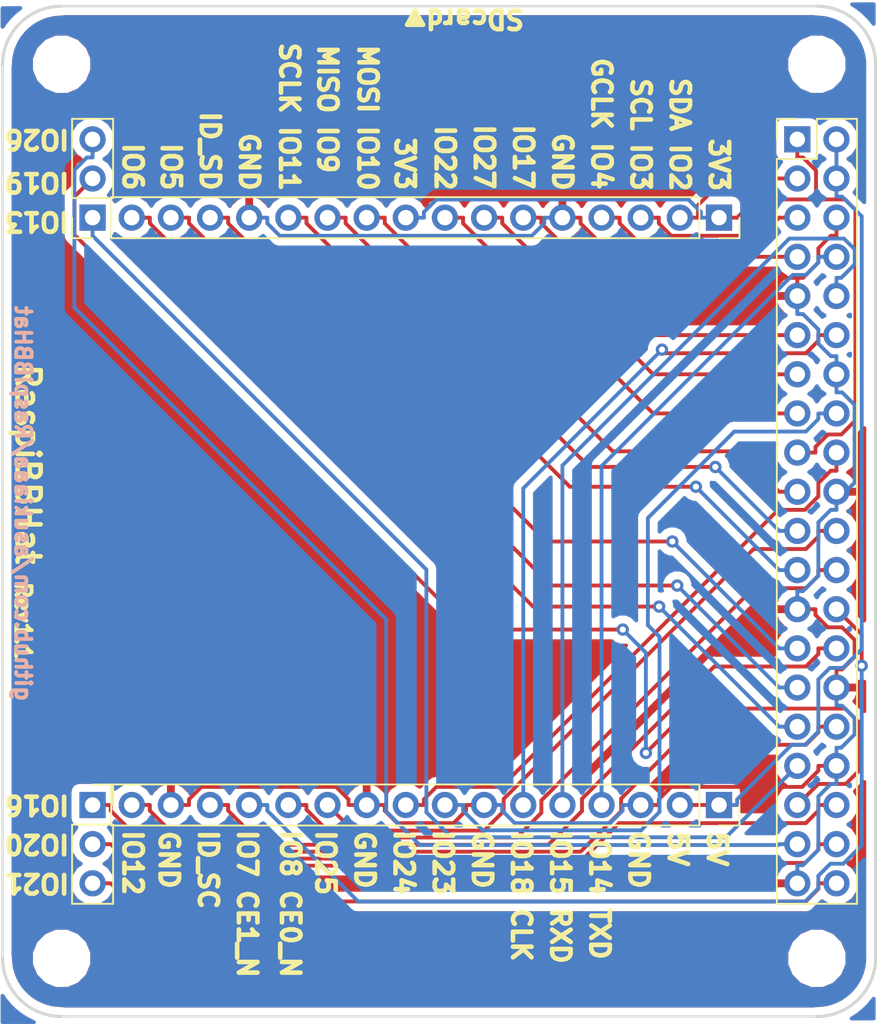
<source format=kicad_pcb>
(kicad_pcb (version 20171130) (host pcbnew 5.0.0-rc1-44a33f2~62~ubuntu17.10.1)

  (general
    (thickness 1.6)
    (drawings 50)
    (tracks 352)
    (zones 0)
    (modules 9)
    (nets 32)
  )

  (page A4)
  (layers
    (0 F.Cu signal)
    (31 B.Cu signal)
    (32 B.Adhes user)
    (33 F.Adhes user)
    (34 B.Paste user)
    (35 F.Paste user)
    (36 B.SilkS user)
    (37 F.SilkS user)
    (38 B.Mask user)
    (39 F.Mask user)
    (40 Dwgs.User user)
    (41 Cmts.User user)
    (42 Eco1.User user)
    (43 Eco2.User user)
    (44 Edge.Cuts user)
    (45 Margin user)
    (46 B.CrtYd user)
    (47 F.CrtYd user)
    (48 B.Fab user)
    (49 F.Fab user)
  )

  (setup
    (last_trace_width 0.25)
    (trace_clearance 0.2)
    (zone_clearance 0.508)
    (zone_45_only no)
    (trace_min 0.2)
    (segment_width 0.2)
    (edge_width 0.2)
    (via_size 0.8)
    (via_drill 0.4)
    (via_min_size 0.4)
    (via_min_drill 0.3)
    (uvia_size 0.3)
    (uvia_drill 0.1)
    (uvias_allowed no)
    (uvia_min_size 0.2)
    (uvia_min_drill 0.1)
    (pcb_text_width 0.3)
    (pcb_text_size 1.5 1.5)
    (mod_edge_width 0.15)
    (mod_text_size 1 1)
    (mod_text_width 0.15)
    (pad_size 5.4 5.4)
    (pad_drill 2.7)
    (pad_to_mask_clearance 0.2)
    (aux_axis_origin 0 0)
    (visible_elements FFFFFF7F)
    (pcbplotparams
      (layerselection 0x010f0_ffffffff)
      (usegerberextensions true)
      (usegerberattributes false)
      (usegerberadvancedattributes false)
      (creategerberjobfile false)
      (excludeedgelayer true)
      (linewidth 0.100000)
      (plotframeref false)
      (viasonmask false)
      (mode 1)
      (useauxorigin false)
      (hpglpennumber 1)
      (hpglpenspeed 20)
      (hpglpendiameter 15)
      (psnegative false)
      (psa4output false)
      (plotreference true)
      (plotvalue true)
      (plotinvisibletext false)
      (padsonsilk false)
      (subtractmaskfromsilk false)
      (outputformat 1)
      (mirror false)
      (drillshape 0)
      (scaleselection 1)
      (outputdirectory plot))
  )

  (net 0 "")
  (net 1 GPIO19)
  (net 2 GPIO26)
  (net 3 GND)
  (net 4 +3V3)
  (net 5 "GPIO2(SDA1)")
  (net 6 "GPIO3(SCL1)")
  (net 7 "GPIO4(GCLK)")
  (net 8 "GPIO17(GEN0)")
  (net 9 "GPIO27(GEN2)")
  (net 10 "GPIO22(GEN3)")
  (net 11 "GPIO10(SPI_MOSI)")
  (net 12 "GPIO9(SPI_MISO)")
  (net 13 "GPIO11(SPI_SCLK)")
  (net 14 ID_SD)
  (net 15 GPIO5)
  (net 16 GPIO6)
  (net 17 GPIO13)
  (net 18 GPIO21)
  (net 19 GPIO20)
  (net 20 GPIO16)
  (net 21 GPIO12)
  (net 22 ID_SC)
  (net 23 "GPIO7(SPI_CE1)")
  (net 24 "GPIO8(SPI_CE0)")
  (net 25 "GPIO25(GEN6)")
  (net 26 "GPIO24(GEN5)")
  (net 27 "GPIO23(GEN4)")
  (net 28 "GPIO18(GEN1)")
  (net 29 "GPIO15(RXD)")
  (net 30 "GPIO14(TXD)")
  (net 31 +5C)

  (net_class Default "This is the default net class."
    (clearance 0.2)
    (trace_width 0.25)
    (via_dia 0.8)
    (via_drill 0.4)
    (uvia_dia 0.3)
    (uvia_drill 0.1)
    (add_net +3V3)
    (add_net +5C)
    (add_net GND)
    (add_net "GPIO10(SPI_MOSI)")
    (add_net "GPIO11(SPI_SCLK)")
    (add_net GPIO12)
    (add_net GPIO13)
    (add_net "GPIO14(TXD)")
    (add_net "GPIO15(RXD)")
    (add_net GPIO16)
    (add_net "GPIO17(GEN0)")
    (add_net "GPIO18(GEN1)")
    (add_net GPIO19)
    (add_net "GPIO2(SDA1)")
    (add_net GPIO20)
    (add_net GPIO21)
    (add_net "GPIO22(GEN3)")
    (add_net "GPIO23(GEN4)")
    (add_net "GPIO24(GEN5)")
    (add_net "GPIO25(GEN6)")
    (add_net GPIO26)
    (add_net "GPIO27(GEN2)")
    (add_net "GPIO3(SCL1)")
    (add_net "GPIO4(GCLK)")
    (add_net GPIO5)
    (add_net GPIO6)
    (add_net "GPIO7(SPI_CE1)")
    (add_net "GPIO8(SPI_CE0)")
    (add_net "GPIO9(SPI_MISO)")
    (add_net ID_SC)
    (add_net ID_SD)
  )

  (module MountingHole:MountingHole_2.7mm (layer F.Cu) (tedit 5ABAFEBE) (tstamp 5AE0CC1C)
    (at 76.095 71.33)
    (descr "Mounting Hole 2.7mm, no annular")
    (tags "mounting hole 2.7mm no annular")
    (attr virtual)
    (fp_text reference REF1 (at 0 -3.7) (layer F.SilkS) hide
      (effects (font (size 1 1) (thickness 0.15)))
    )
    (fp_text value MountingHole_2.7mm (at 0 3.7) (layer F.Fab) hide
      (effects (font (size 1 1) (thickness 0.15)))
    )
    (fp_circle (center 0 0) (end 2.95 0) (layer F.CrtYd) (width 0.05))
    (fp_circle (center 0 0) (end 2.7 0) (layer Cmts.User) (width 0.15))
    (fp_text user %R (at 0.343 -0.007) (layer F.Fab)
      (effects (font (size 1 1) (thickness 0.15)))
    )
    (pad 1 np_thru_hole circle (at 0 0) (size 2.7 2.7) (drill 2.7) (layers *.Cu *.Mask))
  )

  (module Connector_PinSocket_2.54mm:PinSocket_1x03_P2.54mm_Vertical (layer F.Cu) (tedit 5ABAF27B) (tstamp 5ACE0D17)
    (at 78.105 81.28 180)
    (descr "Through hole straight socket strip, 1x03, 2.54mm pitch, single row (from Kicad 4.0.7), script generated")
    (tags "Through hole socket strip THT 1x03 2.54mm single row")
    (path /5ABA5858)
    (fp_text reference J1 (at 0 -2.77 180) (layer F.SilkS) hide
      (effects (font (size 1 1) (thickness 0.15)))
    )
    (fp_text value Conn_01x03 (at 0 7.85 180) (layer F.Fab) hide
      (effects (font (size 1 1) (thickness 0.15)))
    )
    (fp_line (start -1.27 -1.27) (end 0.635 -1.27) (layer F.Fab) (width 0.1))
    (fp_line (start 0.635 -1.27) (end 1.27 -0.635) (layer F.Fab) (width 0.1))
    (fp_line (start 1.27 -0.635) (end 1.27 6.35) (layer F.Fab) (width 0.1))
    (fp_line (start 1.27 6.35) (end -1.27 6.35) (layer F.Fab) (width 0.1))
    (fp_line (start -1.27 6.35) (end -1.27 -1.27) (layer F.Fab) (width 0.1))
    (fp_line (start -1.33 1.27) (end 1.33 1.27) (layer F.SilkS) (width 0.12))
    (fp_line (start -1.33 1.27) (end -1.33 6.41) (layer F.SilkS) (width 0.12))
    (fp_line (start -1.33 6.41) (end 1.33 6.41) (layer F.SilkS) (width 0.12))
    (fp_line (start 1.33 1.27) (end 1.33 6.41) (layer F.SilkS) (width 0.12))
    (fp_line (start 1.33 -1.33) (end 1.33 0) (layer F.SilkS) (width 0.12))
    (fp_line (start 0 -1.33) (end 1.33 -1.33) (layer F.SilkS) (width 0.12))
    (fp_line (start -1.8 -1.8) (end 1.75 -1.8) (layer F.CrtYd) (width 0.05))
    (fp_line (start 1.75 -1.8) (end 1.75 6.85) (layer F.CrtYd) (width 0.05))
    (fp_line (start 1.75 6.85) (end -1.8 6.85) (layer F.CrtYd) (width 0.05))
    (fp_line (start -1.8 6.85) (end -1.8 -1.8) (layer F.CrtYd) (width 0.05))
    (fp_text user %R (at 0 2.54 270) (layer F.Fab)
      (effects (font (size 1 1) (thickness 0.15)))
    )
    (pad 1 thru_hole rect (at 0 0 180) (size 1.7 1.7) (drill 1) (layers *.Cu *.Mask)
      (net 17 GPIO13))
    (pad 2 thru_hole oval (at 0 2.54 180) (size 1.7 1.7) (drill 1) (layers *.Cu *.Mask)
      (net 1 GPIO19))
    (pad 3 thru_hole oval (at 0 5.08 180) (size 1.7 1.7) (drill 1) (layers *.Cu *.Mask)
      (net 2 GPIO26))
    (model ${KISYS3DMOD}/Connector_PinSocket_2.54mm.3dshapes/PinSocket_1x03_P2.54mm_Vertical.wrl
      (at (xyz 0 0 0))
      (scale (xyz 1 1 1))
      (rotate (xyz 0 0 0))
    )
  )

  (module Connector_PinSocket_2.54mm:PinSocket_1x03_P2.54mm_Vertical (layer F.Cu) (tedit 5ABAF29B) (tstamp 5ACE0D53)
    (at 78.105 119.38)
    (descr "Through hole straight socket strip, 1x03, 2.54mm pitch, single row (from Kicad 4.0.7), script generated")
    (tags "Through hole socket strip THT 1x03 2.54mm single row")
    (path /5ABA58C8)
    (fp_text reference J3 (at 0 -2.77) (layer F.SilkS) hide
      (effects (font (size 1 1) (thickness 0.15)))
    )
    (fp_text value Conn_01x03 (at 0 7.85) (layer F.Fab) hide
      (effects (font (size 1 1) (thickness 0.15)))
    )
    (fp_text user %R (at 0 2.54 90) (layer F.Fab)
      (effects (font (size 1 1) (thickness 0.15)))
    )
    (fp_line (start -1.8 6.85) (end -1.8 -1.8) (layer F.CrtYd) (width 0.05))
    (fp_line (start 1.75 6.85) (end -1.8 6.85) (layer F.CrtYd) (width 0.05))
    (fp_line (start 1.75 -1.8) (end 1.75 6.85) (layer F.CrtYd) (width 0.05))
    (fp_line (start -1.8 -1.8) (end 1.75 -1.8) (layer F.CrtYd) (width 0.05))
    (fp_line (start 0 -1.33) (end 1.33 -1.33) (layer F.SilkS) (width 0.12))
    (fp_line (start 1.33 -1.33) (end 1.33 0) (layer F.SilkS) (width 0.12))
    (fp_line (start 1.33 1.27) (end 1.33 6.41) (layer F.SilkS) (width 0.12))
    (fp_line (start -1.33 6.41) (end 1.33 6.41) (layer F.SilkS) (width 0.12))
    (fp_line (start -1.33 1.27) (end -1.33 6.41) (layer F.SilkS) (width 0.12))
    (fp_line (start -1.33 1.27) (end 1.33 1.27) (layer F.SilkS) (width 0.12))
    (fp_line (start -1.27 6.35) (end -1.27 -1.27) (layer F.Fab) (width 0.1))
    (fp_line (start 1.27 6.35) (end -1.27 6.35) (layer F.Fab) (width 0.1))
    (fp_line (start 1.27 -0.635) (end 1.27 6.35) (layer F.Fab) (width 0.1))
    (fp_line (start 0.635 -1.27) (end 1.27 -0.635) (layer F.Fab) (width 0.1))
    (fp_line (start -1.27 -1.27) (end 0.635 -1.27) (layer F.Fab) (width 0.1))
    (pad 3 thru_hole oval (at 0 5.08) (size 1.7 1.7) (drill 1) (layers *.Cu *.Mask)
      (net 18 GPIO21))
    (pad 2 thru_hole oval (at 0 2.54) (size 1.7 1.7) (drill 1) (layers *.Cu *.Mask)
      (net 19 GPIO20))
    (pad 1 thru_hole rect (at 0 0) (size 1.7 1.7) (drill 1) (layers *.Cu *.Mask)
      (net 20 GPIO16))
    (model ${KISYS3DMOD}/Connector_PinSocket_2.54mm.3dshapes/PinSocket_1x03_P2.54mm_Vertical.wrl
      (at (xyz 0 0 0))
      (scale (xyz 1 1 1))
      (rotate (xyz 0 0 0))
    )
  )

  (module Connector_PinHeader_2.54mm:PinHeader_2x20_P2.54mm_Vertical (layer F.Cu) (tedit 5ABAF2A7) (tstamp 5ACE0DB6)
    (at 123.825 76.2)
    (descr "Through hole straight pin header, 2x20, 2.54mm pitch, double rows")
    (tags "Through hole pin header THT 2x20 2.54mm double row")
    (path /5ABA51D6)
    (fp_text reference J5 (at 1.27 -2.33) (layer F.SilkS) hide
      (effects (font (size 1 1) (thickness 0.15)))
    )
    (fp_text value Raspberry_Pi_2_3 (at 1.27 50.59) (layer F.Fab) hide
      (effects (font (size 1 1) (thickness 0.15)))
    )
    (fp_line (start 0 -1.27) (end 3.81 -1.27) (layer F.Fab) (width 0.1))
    (fp_line (start 3.81 -1.27) (end 3.81 49.53) (layer F.Fab) (width 0.1))
    (fp_line (start 3.81 49.53) (end -1.27 49.53) (layer F.Fab) (width 0.1))
    (fp_line (start -1.27 49.53) (end -1.27 0) (layer F.Fab) (width 0.1))
    (fp_line (start -1.27 0) (end 0 -1.27) (layer F.Fab) (width 0.1))
    (fp_line (start -1.33 49.59) (end 3.87 49.59) (layer F.SilkS) (width 0.12))
    (fp_line (start -1.33 1.27) (end -1.33 49.59) (layer F.SilkS) (width 0.12))
    (fp_line (start 3.87 -1.33) (end 3.87 49.59) (layer F.SilkS) (width 0.12))
    (fp_line (start -1.33 1.27) (end 1.27 1.27) (layer F.SilkS) (width 0.12))
    (fp_line (start 1.27 1.27) (end 1.27 -1.33) (layer F.SilkS) (width 0.12))
    (fp_line (start 1.27 -1.33) (end 3.87 -1.33) (layer F.SilkS) (width 0.12))
    (fp_line (start -1.33 0) (end -1.33 -1.33) (layer F.SilkS) (width 0.12))
    (fp_line (start -1.33 -1.33) (end 0 -1.33) (layer F.SilkS) (width 0.12))
    (fp_line (start -1.8 -1.8) (end -1.8 50.05) (layer F.CrtYd) (width 0.05))
    (fp_line (start -1.8 50.05) (end 4.35 50.05) (layer F.CrtYd) (width 0.05))
    (fp_line (start 4.35 50.05) (end 4.35 -1.8) (layer F.CrtYd) (width 0.05))
    (fp_line (start 4.35 -1.8) (end -1.8 -1.8) (layer F.CrtYd) (width 0.05))
    (fp_text user %R (at 1.27 24.13 90) (layer F.Fab)
      (effects (font (size 1 1) (thickness 0.15)))
    )
    (pad 1 thru_hole rect (at 0 0) (size 1.7 1.7) (drill 1) (layers *.Cu *.Mask)
      (net 4 +3V3))
    (pad 2 thru_hole oval (at 2.54 0) (size 1.7 1.7) (drill 1) (layers *.Cu *.Mask)
      (net 31 +5C))
    (pad 3 thru_hole oval (at 0 2.54) (size 1.7 1.7) (drill 1) (layers *.Cu *.Mask)
      (net 5 "GPIO2(SDA1)"))
    (pad 4 thru_hole oval (at 2.54 2.54) (size 1.7 1.7) (drill 1) (layers *.Cu *.Mask)
      (net 31 +5C))
    (pad 5 thru_hole oval (at 0 5.08) (size 1.7 1.7) (drill 1) (layers *.Cu *.Mask)
      (net 6 "GPIO3(SCL1)"))
    (pad 6 thru_hole oval (at 2.54 5.08) (size 1.7 1.7) (drill 1) (layers *.Cu *.Mask)
      (net 3 GND))
    (pad 7 thru_hole oval (at 0 7.62) (size 1.7 1.7) (drill 1) (layers *.Cu *.Mask)
      (net 7 "GPIO4(GCLK)"))
    (pad 8 thru_hole oval (at 2.54 7.62) (size 1.7 1.7) (drill 1) (layers *.Cu *.Mask)
      (net 30 "GPIO14(TXD)"))
    (pad 9 thru_hole oval (at 0 10.16) (size 1.7 1.7) (drill 1) (layers *.Cu *.Mask)
      (net 3 GND))
    (pad 10 thru_hole oval (at 2.54 10.16) (size 1.7 1.7) (drill 1) (layers *.Cu *.Mask)
      (net 29 "GPIO15(RXD)"))
    (pad 11 thru_hole oval (at 0 12.7) (size 1.7 1.7) (drill 1) (layers *.Cu *.Mask)
      (net 8 "GPIO17(GEN0)"))
    (pad 12 thru_hole oval (at 2.54 12.7) (size 1.7 1.7) (drill 1) (layers *.Cu *.Mask)
      (net 28 "GPIO18(GEN1)"))
    (pad 13 thru_hole oval (at 0 15.24) (size 1.7 1.7) (drill 1) (layers *.Cu *.Mask)
      (net 9 "GPIO27(GEN2)"))
    (pad 14 thru_hole oval (at 2.54 15.24) (size 1.7 1.7) (drill 1) (layers *.Cu *.Mask)
      (net 3 GND))
    (pad 15 thru_hole oval (at 0 17.78) (size 1.7 1.7) (drill 1) (layers *.Cu *.Mask)
      (net 10 "GPIO22(GEN3)"))
    (pad 16 thru_hole oval (at 2.54 17.78) (size 1.7 1.7) (drill 1) (layers *.Cu *.Mask)
      (net 27 "GPIO23(GEN4)"))
    (pad 17 thru_hole oval (at 0 20.32) (size 1.7 1.7) (drill 1) (layers *.Cu *.Mask)
      (net 4 +3V3))
    (pad 18 thru_hole oval (at 2.54 20.32) (size 1.7 1.7) (drill 1) (layers *.Cu *.Mask)
      (net 26 "GPIO24(GEN5)"))
    (pad 19 thru_hole oval (at 0 22.86) (size 1.7 1.7) (drill 1) (layers *.Cu *.Mask)
      (net 11 "GPIO10(SPI_MOSI)"))
    (pad 20 thru_hole oval (at 2.54 22.86) (size 1.7 1.7) (drill 1) (layers *.Cu *.Mask)
      (net 3 GND))
    (pad 21 thru_hole oval (at 0 25.4) (size 1.7 1.7) (drill 1) (layers *.Cu *.Mask)
      (net 12 "GPIO9(SPI_MISO)"))
    (pad 22 thru_hole oval (at 2.54 25.4) (size 1.7 1.7) (drill 1) (layers *.Cu *.Mask)
      (net 25 "GPIO25(GEN6)"))
    (pad 23 thru_hole oval (at 0 27.94) (size 1.7 1.7) (drill 1) (layers *.Cu *.Mask)
      (net 13 "GPIO11(SPI_SCLK)"))
    (pad 24 thru_hole oval (at 2.54 27.94) (size 1.7 1.7) (drill 1) (layers *.Cu *.Mask)
      (net 24 "GPIO8(SPI_CE0)"))
    (pad 25 thru_hole oval (at 0 30.48) (size 1.7 1.7) (drill 1) (layers *.Cu *.Mask)
      (net 3 GND))
    (pad 26 thru_hole oval (at 2.54 30.48) (size 1.7 1.7) (drill 1) (layers *.Cu *.Mask)
      (net 23 "GPIO7(SPI_CE1)"))
    (pad 27 thru_hole oval (at 0 33.02) (size 1.7 1.7) (drill 1) (layers *.Cu *.Mask)
      (net 14 ID_SD))
    (pad 28 thru_hole oval (at 2.54 33.02) (size 1.7 1.7) (drill 1) (layers *.Cu *.Mask)
      (net 22 ID_SC))
    (pad 29 thru_hole oval (at 0 35.56) (size 1.7 1.7) (drill 1) (layers *.Cu *.Mask)
      (net 15 GPIO5))
    (pad 30 thru_hole oval (at 2.54 35.56) (size 1.7 1.7) (drill 1) (layers *.Cu *.Mask)
      (net 3 GND))
    (pad 31 thru_hole oval (at 0 38.1) (size 1.7 1.7) (drill 1) (layers *.Cu *.Mask)
      (net 16 GPIO6))
    (pad 32 thru_hole oval (at 2.54 38.1) (size 1.7 1.7) (drill 1) (layers *.Cu *.Mask)
      (net 21 GPIO12))
    (pad 33 thru_hole oval (at 0 40.64) (size 1.7 1.7) (drill 1) (layers *.Cu *.Mask)
      (net 17 GPIO13))
    (pad 34 thru_hole oval (at 2.54 40.64) (size 1.7 1.7) (drill 1) (layers *.Cu *.Mask)
      (net 3 GND))
    (pad 35 thru_hole oval (at 0 43.18) (size 1.7 1.7) (drill 1) (layers *.Cu *.Mask)
      (net 1 GPIO19))
    (pad 36 thru_hole oval (at 2.54 43.18) (size 1.7 1.7) (drill 1) (layers *.Cu *.Mask)
      (net 20 GPIO16))
    (pad 37 thru_hole oval (at 0 45.72) (size 1.7 1.7) (drill 1) (layers *.Cu *.Mask)
      (net 2 GPIO26))
    (pad 38 thru_hole oval (at 2.54 45.72) (size 1.7 1.7) (drill 1) (layers *.Cu *.Mask)
      (net 19 GPIO20))
    (pad 39 thru_hole oval (at 0 48.26) (size 1.7 1.7) (drill 1) (layers *.Cu *.Mask)
      (net 3 GND))
    (pad 40 thru_hole oval (at 2.54 48.26) (size 1.7 1.7) (drill 1) (layers *.Cu *.Mask)
      (net 18 GPIO21))
    (model ${KISYS3DMOD}/Connector_PinHeader_2.54mm.3dshapes/PinHeader_2x20_P2.54mm_Vertical.wrl
      (at (xyz 0 0 0))
      (scale (xyz 1 1 1))
      (rotate (xyz 0 0 0))
    )
  )

  (module Connector_PinSocket_2.54mm:PinSocket_1x16_P2.54mm_Vertical (layer F.Cu) (tedit 5ABAF26D) (tstamp 5AC53228)
    (at 118.745 81.28 270)
    (descr "Through hole straight socket strip, 1x16, 2.54mm pitch, single row (from Kicad 4.0.7), script generated")
    (tags "Through hole socket strip THT 1x16 2.54mm single row")
    (path /5ABB0D0C)
    (fp_text reference J2 (at 0 -2.77 270) (layer F.SilkS) hide
      (effects (font (size 1 1) (thickness 0.15)))
    )
    (fp_text value Conn_01x16 (at 0 40.87 270) (layer F.Fab) hide
      (effects (font (size 1 1) (thickness 0.15)))
    )
    (fp_line (start -1.27 -1.27) (end 0.635 -1.27) (layer F.Fab) (width 0.1))
    (fp_line (start 0.635 -1.27) (end 1.27 -0.635) (layer F.Fab) (width 0.1))
    (fp_line (start 1.27 -0.635) (end 1.27 39.37) (layer F.Fab) (width 0.1))
    (fp_line (start 1.27 39.37) (end -1.27 39.37) (layer F.Fab) (width 0.1))
    (fp_line (start -1.27 39.37) (end -1.27 -1.27) (layer F.Fab) (width 0.1))
    (fp_line (start -1.33 1.27) (end 1.33 1.27) (layer F.SilkS) (width 0.12))
    (fp_line (start -1.33 1.27) (end -1.33 39.43) (layer F.SilkS) (width 0.12))
    (fp_line (start -1.33 39.43) (end 1.33 39.43) (layer F.SilkS) (width 0.12))
    (fp_line (start 1.33 1.27) (end 1.33 39.43) (layer F.SilkS) (width 0.12))
    (fp_line (start 1.33 -1.33) (end 1.33 0) (layer F.SilkS) (width 0.12))
    (fp_line (start 0 -1.33) (end 1.33 -1.33) (layer F.SilkS) (width 0.12))
    (fp_line (start -1.8 -1.8) (end 1.75 -1.8) (layer F.CrtYd) (width 0.05))
    (fp_line (start 1.75 -1.8) (end 1.75 39.9) (layer F.CrtYd) (width 0.05))
    (fp_line (start 1.75 39.9) (end -1.8 39.9) (layer F.CrtYd) (width 0.05))
    (fp_line (start -1.8 39.9) (end -1.8 -1.8) (layer F.CrtYd) (width 0.05))
    (fp_text user %R (at 0 19.05) (layer F.Fab)
      (effects (font (size 1 1) (thickness 0.15)))
    )
    (pad 1 thru_hole rect (at 0 0 270) (size 1.7 1.7) (drill 1) (layers *.Cu *.Mask)
      (net 4 +3V3))
    (pad 2 thru_hole oval (at 0 2.54 270) (size 1.7 1.7) (drill 1) (layers *.Cu *.Mask)
      (net 5 "GPIO2(SDA1)"))
    (pad 3 thru_hole oval (at 0 5.08 270) (size 1.7 1.7) (drill 1) (layers *.Cu *.Mask)
      (net 6 "GPIO3(SCL1)"))
    (pad 4 thru_hole oval (at 0 7.62 270) (size 1.7 1.7) (drill 1) (layers *.Cu *.Mask)
      (net 7 "GPIO4(GCLK)"))
    (pad 5 thru_hole oval (at 0 10.16 270) (size 1.7 1.7) (drill 1) (layers *.Cu *.Mask)
      (net 3 GND))
    (pad 6 thru_hole oval (at 0 12.7 270) (size 1.7 1.7) (drill 1) (layers *.Cu *.Mask)
      (net 8 "GPIO17(GEN0)"))
    (pad 7 thru_hole oval (at 0 15.24 270) (size 1.7 1.7) (drill 1) (layers *.Cu *.Mask)
      (net 9 "GPIO27(GEN2)"))
    (pad 8 thru_hole oval (at 0 17.78 270) (size 1.7 1.7) (drill 1) (layers *.Cu *.Mask)
      (net 10 "GPIO22(GEN3)"))
    (pad 9 thru_hole oval (at 0 20.32 270) (size 1.7 1.7) (drill 1) (layers *.Cu *.Mask)
      (net 4 +3V3))
    (pad 10 thru_hole oval (at 0 22.86 270) (size 1.7 1.7) (drill 1) (layers *.Cu *.Mask)
      (net 11 "GPIO10(SPI_MOSI)"))
    (pad 11 thru_hole oval (at 0 25.4 270) (size 1.7 1.7) (drill 1) (layers *.Cu *.Mask)
      (net 12 "GPIO9(SPI_MISO)"))
    (pad 12 thru_hole oval (at 0 27.94 270) (size 1.7 1.7) (drill 1) (layers *.Cu *.Mask)
      (net 13 "GPIO11(SPI_SCLK)"))
    (pad 13 thru_hole oval (at 0 30.48 270) (size 1.7 1.7) (drill 1) (layers *.Cu *.Mask)
      (net 3 GND))
    (pad 14 thru_hole oval (at 0 33.02 270) (size 1.7 1.7) (drill 1) (layers *.Cu *.Mask)
      (net 14 ID_SD))
    (pad 15 thru_hole oval (at 0 35.56 270) (size 1.7 1.7) (drill 1) (layers *.Cu *.Mask)
      (net 15 GPIO5))
    (pad 16 thru_hole oval (at 0 38.1 270) (size 1.7 1.7) (drill 1) (layers *.Cu *.Mask)
      (net 16 GPIO6))
    (model ${KISYS3DMOD}/Connector_PinSocket_2.54mm.3dshapes/PinSocket_1x16_P2.54mm_Vertical.wrl
      (at (xyz 0 0 0))
      (scale (xyz 1 1 1))
      (rotate (xyz 0 0 0))
    )
  )

  (module Connector_PinSocket_2.54mm:PinSocket_1x16_P2.54mm_Vertical (layer F.Cu) (tedit 5ABAF28E) (tstamp 5AC5324C)
    (at 118.745 119.38 270)
    (descr "Through hole straight socket strip, 1x16, 2.54mm pitch, single row (from Kicad 4.0.7), script generated")
    (tags "Through hole socket strip THT 1x16 2.54mm single row")
    (path /5ABB0DA7)
    (fp_text reference J4 (at 0 -2.77 270) (layer F.SilkS) hide
      (effects (font (size 1 1) (thickness 0.15)))
    )
    (fp_text value Conn_01x16 (at 0 40.87 270) (layer F.Fab) hide
      (effects (font (size 1 1) (thickness 0.15)))
    )
    (fp_text user %R (at 0 19.05) (layer F.Fab)
      (effects (font (size 1 1) (thickness 0.15)))
    )
    (fp_line (start -1.8 39.9) (end -1.8 -1.8) (layer F.CrtYd) (width 0.05))
    (fp_line (start 1.75 39.9) (end -1.8 39.9) (layer F.CrtYd) (width 0.05))
    (fp_line (start 1.75 -1.8) (end 1.75 39.9) (layer F.CrtYd) (width 0.05))
    (fp_line (start -1.8 -1.8) (end 1.75 -1.8) (layer F.CrtYd) (width 0.05))
    (fp_line (start 0 -1.33) (end 1.33 -1.33) (layer F.SilkS) (width 0.12))
    (fp_line (start 1.33 -1.33) (end 1.33 0) (layer F.SilkS) (width 0.12))
    (fp_line (start 1.33 1.27) (end 1.33 39.43) (layer F.SilkS) (width 0.12))
    (fp_line (start -1.33 39.43) (end 1.33 39.43) (layer F.SilkS) (width 0.12))
    (fp_line (start -1.33 1.27) (end -1.33 39.43) (layer F.SilkS) (width 0.12))
    (fp_line (start -1.33 1.27) (end 1.33 1.27) (layer F.SilkS) (width 0.12))
    (fp_line (start -1.27 39.37) (end -1.27 -1.27) (layer F.Fab) (width 0.1))
    (fp_line (start 1.27 39.37) (end -1.27 39.37) (layer F.Fab) (width 0.1))
    (fp_line (start 1.27 -0.635) (end 1.27 39.37) (layer F.Fab) (width 0.1))
    (fp_line (start 0.635 -1.27) (end 1.27 -0.635) (layer F.Fab) (width 0.1))
    (fp_line (start -1.27 -1.27) (end 0.635 -1.27) (layer F.Fab) (width 0.1))
    (pad 16 thru_hole oval (at 0 38.1 270) (size 1.7 1.7) (drill 1) (layers *.Cu *.Mask)
      (net 21 GPIO12))
    (pad 15 thru_hole oval (at 0 35.56 270) (size 1.7 1.7) (drill 1) (layers *.Cu *.Mask)
      (net 3 GND))
    (pad 14 thru_hole oval (at 0 33.02 270) (size 1.7 1.7) (drill 1) (layers *.Cu *.Mask)
      (net 22 ID_SC))
    (pad 13 thru_hole oval (at 0 30.48 270) (size 1.7 1.7) (drill 1) (layers *.Cu *.Mask)
      (net 23 "GPIO7(SPI_CE1)"))
    (pad 12 thru_hole oval (at 0 27.94 270) (size 1.7 1.7) (drill 1) (layers *.Cu *.Mask)
      (net 24 "GPIO8(SPI_CE0)"))
    (pad 11 thru_hole oval (at 0 25.4 270) (size 1.7 1.7) (drill 1) (layers *.Cu *.Mask)
      (net 25 "GPIO25(GEN6)"))
    (pad 10 thru_hole oval (at 0 22.86 270) (size 1.7 1.7) (drill 1) (layers *.Cu *.Mask)
      (net 3 GND))
    (pad 9 thru_hole oval (at 0 20.32 270) (size 1.7 1.7) (drill 1) (layers *.Cu *.Mask)
      (net 26 "GPIO24(GEN5)"))
    (pad 8 thru_hole oval (at 0 17.78 270) (size 1.7 1.7) (drill 1) (layers *.Cu *.Mask)
      (net 27 "GPIO23(GEN4)"))
    (pad 7 thru_hole oval (at 0 15.24 270) (size 1.7 1.7) (drill 1) (layers *.Cu *.Mask)
      (net 3 GND))
    (pad 6 thru_hole oval (at 0 12.7 270) (size 1.7 1.7) (drill 1) (layers *.Cu *.Mask)
      (net 28 "GPIO18(GEN1)"))
    (pad 5 thru_hole oval (at 0 10.16 270) (size 1.7 1.7) (drill 1) (layers *.Cu *.Mask)
      (net 29 "GPIO15(RXD)"))
    (pad 4 thru_hole oval (at 0 7.62 270) (size 1.7 1.7) (drill 1) (layers *.Cu *.Mask)
      (net 30 "GPIO14(TXD)"))
    (pad 3 thru_hole oval (at 0 5.08 270) (size 1.7 1.7) (drill 1) (layers *.Cu *.Mask)
      (net 3 GND))
    (pad 2 thru_hole oval (at 0 2.54 270) (size 1.7 1.7) (drill 1) (layers *.Cu *.Mask)
      (net 31 +5C))
    (pad 1 thru_hole rect (at 0 0 270) (size 1.7 1.7) (drill 1) (layers *.Cu *.Mask)
      (net 31 +5C))
    (model ${KISYS3DMOD}/Connector_PinSocket_2.54mm.3dshapes/PinSocket_1x16_P2.54mm_Vertical.wrl
      (at (xyz 0 0 0))
      (scale (xyz 1 1 1))
      (rotate (xyz 0 0 0))
    )
  )

  (module MountingHole:MountingHole_2.7mm (layer F.Cu) (tedit 5ABAF8BA) (tstamp 5AE0CAB1)
    (at 125.095 71.33)
    (descr "Mounting Hole 2.7mm, no annular")
    (tags "mounting hole 2.7mm no annular")
    (attr virtual)
    (fp_text reference REF2 (at 0 -3.7) (layer F.SilkS) hide
      (effects (font (size 1 1) (thickness 0.15)))
    )
    (fp_text value MountingHole_2.7mm (at 0 3.7) (layer F.Fab) hide
      (effects (font (size 1 1) (thickness 0.15)))
    )
    (fp_circle (center 0 0) (end 2.95 0) (layer F.CrtYd) (width 0.05))
    (fp_circle (center 0 0) (end 2.7 0) (layer Cmts.User) (width 0.15))
    (fp_text user %R (at 0.3 0) (layer F.Fab)
      (effects (font (size 1 1) (thickness 0.15)))
    )
    (pad 1 np_thru_hole circle (at 0 0) (size 2.7 2.7) (drill 2.7) (layers *.Cu *.Mask))
  )

  (module MountingHole:MountingHole_2.7mm (layer F.Cu) (tedit 5ABAFF22) (tstamp 5AE0CD5C)
    (at 76.095 129.33)
    (descr "Mounting Hole 2.7mm, no annular")
    (tags "mounting hole 2.7mm no annular")
    (attr virtual)
    (fp_text reference REF4 (at 0 -3.7) (layer F.SilkS) hide
      (effects (font (size 1 1) (thickness 0.15)))
    )
    (fp_text value MountingHole_2.7mm (at 0 3.7) (layer F.Fab) hide
      (effects (font (size 1 1) (thickness 0.15)))
    )
    (fp_circle (center 0 0) (end 2.95 0) (layer F.CrtYd) (width 0.05))
    (fp_circle (center 0 0) (end 2.7 0) (layer Cmts.User) (width 0.15))
    (fp_text user %R (at 0.3 0) (layer F.Fab)
      (effects (font (size 1 1) (thickness 0.15)))
    )
    (pad 1 np_thru_hole circle (at 0 0) (size 2.7 2.7) (drill 2.7) (layers *.Cu *.Mask))
  )

  (module MountingHole:MountingHole_2.7mm (layer F.Cu) (tedit 5ABAFF4B) (tstamp 5AE0CD97)
    (at 125.095 129.33)
    (descr "Mounting Hole 2.7mm, no annular")
    (tags "mounting hole 2.7mm no annular")
    (attr virtual)
    (fp_text reference REF3 (at 0 -3.7) (layer F.SilkS) hide
      (effects (font (size 1 1) (thickness 0.15)))
    )
    (fp_text value MountingHole_2.7mm (at 0 3.7) (layer F.Fab) hide
      (effects (font (size 1 1) (thickness 0.15)))
    )
    (fp_circle (center 0 0) (end 2.95 0) (layer F.CrtYd) (width 0.05))
    (fp_circle (center 0 0) (end 2.7 0) (layer Cmts.User) (width 0.15))
    (fp_text user %R (at 0.3 0) (layer F.Fab)
      (effects (font (size 1 1) (thickness 0.15)))
    )
    (pad 1 np_thru_hole circle (at 0 0) (size 2.7 2.7) (drill 2.7) (layers *.Cu *.Mask))
  )

  (gr_text "github.com/asukiaaa/RaspiBBHat\n" (at 73.5965 99.822 270) (layer B.SilkS) (tstamp 5ABB1F61)
    (effects (font (size 1 1) (thickness 0.25)) (justify mirror))
  )
  (gr_text Rev1.1 (at 73.5965 107.442 270) (layer F.SilkS)
    (effects (font (size 1 1) (thickness 0.25)))
  )
  (gr_text RaspiBBHat (at 73.914 97.282 270) (layer F.SilkS)
    (effects (font (size 1.5 1.5) (thickness 0.3)))
  )
  (gr_text SDcard▼ (at 102.1715 68.3895 180) (layer F.SilkS) (tstamp 5AE0CFFF)
    (effects (font (size 1.2 1.2) (thickness 0.3)))
  )
  (gr_text "IO15 RXD" (at 108.458 125.349 270) (layer F.SilkS) (tstamp 5AE0CF8A)
    (effects (font (size 1.2 1.2) (thickness 0.3)))
  )
  (gr_text "IO18 CLK" (at 105.918 125.2855 270) (layer F.SilkS) (tstamp 5AE0CF89)
    (effects (font (size 1.2 1.2) (thickness 0.3)))
  )
  (gr_text IO12 (at 80.7085 123.1265 270) (layer F.SilkS) (tstamp 5AE0CF88)
    (effects (font (size 1.2 1.2) (thickness 0.3)))
  )
  (gr_text GND (at 95.758 122.936 270) (layer F.SilkS) (tstamp 5AE0CF87)
    (effects (font (size 1.2 1.2) (thickness 0.3)))
  )
  (gr_text IO24 (at 98.298 123.1265 270) (layer F.SilkS) (tstamp 5AE0CF86)
    (effects (font (size 1.2 1.2) (thickness 0.3)))
  )
  (gr_text 5V (at 118.618 122.2375 270) (layer F.SilkS) (tstamp 5AE0CF85)
    (effects (font (size 1.2 1.2) (thickness 0.3)))
  )
  (gr_text 5V (at 116.078 122.2375 270) (layer F.SilkS) (tstamp 5AE0CF84)
    (effects (font (size 1.2 1.2) (thickness 0.3)))
  )
  (gr_text GND (at 83.058 122.936 270) (layer F.SilkS) (tstamp 5AE0CF83)
    (effects (font (size 1.2 1.2) (thickness 0.3)))
  )
  (gr_text "IO14 TXD" (at 110.998 125.222 270) (layer F.SilkS) (tstamp 5AE0CF82)
    (effects (font (size 1.2 1.2) (thickness 0.3)))
  )
  (gr_text IO23 (at 100.838 123.1265 270) (layer F.SilkS) (tstamp 5AE0CF81)
    (effects (font (size 1.2 1.2) (thickness 0.3)))
  )
  (gr_text "IO7 CE1_N" (at 88.138 125.7935 270) (layer F.SilkS) (tstamp 5AE0CF80)
    (effects (font (size 1.2 1.2) (thickness 0.3)))
  )
  (gr_text GND (at 103.378 122.936 270) (layer F.SilkS) (tstamp 5AE0CF7F)
    (effects (font (size 1.2 1.2) (thickness 0.3)))
  )
  (gr_text GND (at 113.538 122.936 270) (layer F.SilkS) (tstamp 5AE0CF7E)
    (effects (font (size 1.2 1.2) (thickness 0.3)))
  )
  (gr_text "IO8 CE0_N" (at 90.932 125.7935 270) (layer F.SilkS) (tstamp 5AE0CF7D)
    (effects (font (size 1.2 1.2) (thickness 0.3)))
  )
  (gr_text ID_SC (at 85.598 123.571 270) (layer F.SilkS) (tstamp 5AE0CF7C)
    (effects (font (size 1.2 1.2) (thickness 0.3)))
  )
  (gr_text IO25 (at 93.218 123.1265 270) (layer F.SilkS) (tstamp 5AE0CF7B)
    (effects (font (size 1.2 1.2) (thickness 0.3)))
  )
  (gr_text IO16 (at 74.4855 119.38 180) (layer F.SilkS) (tstamp 5AE0CF30)
    (effects (font (size 1.2 1.2) (thickness 0.3)))
  )
  (gr_text IO26 (at 74.4855 76.2 180) (layer F.SilkS) (tstamp 5AE0CF2F)
    (effects (font (size 1.2 1.2) (thickness 0.3)))
  )
  (gr_text IO20 (at 74.4855 121.92 180) (layer F.SilkS) (tstamp 5AE0CF2E)
    (effects (font (size 1.2 1.2) (thickness 0.3)))
  )
  (gr_text IO21 (at 74.4855 124.46 180) (layer F.SilkS) (tstamp 5AE0CF2D)
    (effects (font (size 1.2 1.2) (thickness 0.3)))
  )
  (gr_text "SCLK IO11" (at 90.8685 74.7395 270) (layer F.SilkS) (tstamp 5AE0CEF8)
    (effects (font (size 1.2 1.2) (thickness 0.3)))
  )
  (gr_text ID_SD (at 85.725 76.962 270) (layer F.SilkS) (tstamp 5AE0CEF7)
    (effects (font (size 1.2 1.2) (thickness 0.3)))
  )
  (gr_text 3V3 (at 98.3615 77.7875 270) (layer F.SilkS) (tstamp 5AE0CEF6)
    (effects (font (size 1.2 1.2) (thickness 0.3)))
  )
  (gr_text "MOSI IO10" (at 95.9485 74.803 270) (layer F.SilkS) (tstamp 5AE0CEF5)
    (effects (font (size 1.2 1.2) (thickness 0.3)))
  )
  (gr_text "MISO IO9" (at 93.345 74.2315 270) (layer F.SilkS) (tstamp 5AE0CEF4)
    (effects (font (size 1.2 1.2) (thickness 0.3)))
  )
  (gr_text IO6 (at 80.7085 77.978 270) (layer F.SilkS) (tstamp 5AE0CEF3)
    (effects (font (size 1.2 1.2) (thickness 0.3)))
  )
  (gr_text IO5 (at 83.185 77.978 270) (layer F.SilkS) (tstamp 5AE0CEF2)
    (effects (font (size 1.2 1.2) (thickness 0.3)))
  )
  (gr_text GND (at 88.265 77.6605 270) (layer F.SilkS) (tstamp 5AE0CEF1)
    (effects (font (size 1.2 1.2) (thickness 0.3)))
  )
  (gr_text IO22 (at 100.965 77.4065 270) (layer F.SilkS) (tstamp 5AE0CE7C)
    (effects (font (size 1.2 1.2) (thickness 0.3)))
  )
  (gr_text GND (at 108.585 77.6605 270) (layer F.SilkS) (tstamp 5AE0CE7B)
    (effects (font (size 1.2 1.2) (thickness 0.3)))
  )
  (gr_text IO17 (at 106.045 77.343 270) (layer F.SilkS) (tstamp 5AE0CE7A)
    (effects (font (size 1.2 1.2) (thickness 0.3)))
  )
  (gr_text IO27 (at 103.505 77.343 270) (layer F.SilkS) (tstamp 5AE0CE79)
    (effects (font (size 1.2 1.2) (thickness 0.3)))
  )
  (gr_text IO13 (at 74.4855 81.534 180) (layer F.SilkS) (tstamp 5AE0CE66)
    (effects (font (size 1.2 1.2) (thickness 0.3)))
  )
  (gr_text IO19 (at 74.4855 78.994 180) (layer F.SilkS) (tstamp 5AE0CE65)
    (effects (font (size 1.2 1.2) (thickness 0.3)))
  )
  (gr_text "SCL IO3" (at 113.665 75.8825 270) (layer F.SilkS) (tstamp 5AE0CE66)
    (effects (font (size 1.2 1.2) (thickness 0.3)))
  )
  (gr_text "GCLK IO4" (at 111.125 75.184 270) (layer F.SilkS) (tstamp 5AE0CE65)
    (effects (font (size 1.2 1.2) (thickness 0.3)))
  )
  (gr_text "SDA IO2" (at 116.205 75.8825 270) (layer F.SilkS) (tstamp 5AE0CE5D)
    (effects (font (size 1.2 1.2) (thickness 0.3)))
  )
  (gr_text 3V3 (at 118.745 77.851 270) (layer F.SilkS)
    (effects (font (size 1.2 1.2) (thickness 0.3)))
  )
  (gr_arc (start 125.095 129.286) (end 125.095 133.096) (angle -90) (layer Edge.Cuts) (width 0.2))
  (gr_arc (start 76.073 129.286) (end 72.263 129.286) (angle -90) (layer Edge.Cuts) (width 0.2))
  (gr_arc (start 76.073 71.374) (end 76.073 67.564) (angle -90) (layer Edge.Cuts) (width 0.2))
  (gr_arc (start 125.095 71.374) (end 128.905 71.374) (angle -90) (layer Edge.Cuts) (width 0.2))
  (gr_line (start 128.905 71.374) (end 128.905 129.413) (layer Edge.Cuts) (width 0.2))
  (gr_line (start 76.073 133.096) (end 125.1585 133.096) (layer Edge.Cuts) (width 0.15))
  (gr_line (start 72.263 71.374) (end 72.263 129.3495) (layer Edge.Cuts) (width 0.15))
  (gr_line (start 125.095 67.564) (end 76.1365 67.564) (layer Edge.Cuts) (width 0.15))

  (segment (start 126.929001 113.124999) (end 116.875001 113.124999) (width 0.25) (layer F.Cu) (net 1))
  (segment (start 123.825 119.38) (end 125.189999 118.015001) (width 0.25) (layer F.Cu) (net 1))
  (segment (start 127.762 113.957998) (end 126.929001 113.124999) (width 0.25) (layer F.Cu) (net 1))
  (segment (start 127.762 117.221) (end 127.762 113.957998) (width 0.25) (layer F.Cu) (net 1))
  (segment (start 126.967999 118.015001) (end 127.762 117.221) (width 0.25) (layer F.Cu) (net 1))
  (segment (start 125.189999 118.015001) (end 126.967999 118.015001) (width 0.25) (layer F.Cu) (net 1))
  (segment (start 116.875001 113.124999) (end 114 116) (width 0.25) (layer F.Cu) (net 1))
  (segment (start 112.5 108) (end 102.539998 108) (width 0.25) (layer F.Cu) (net 1))
  (segment (start 102.539998 108) (end 76.929999 82.390001) (width 0.25) (layer F.Cu) (net 1))
  (segment (start 76.929999 82.390001) (end 76.929999 79.915001) (width 0.25) (layer F.Cu) (net 1))
  (segment (start 77.255001 79.589999) (end 78.105 78.74) (width 0.25) (layer F.Cu) (net 1))
  (segment (start 76.929999 79.915001) (end 77.255001 79.589999) (width 0.25) (layer F.Cu) (net 1))
  (segment (start 114 109.5) (end 112.5 108) (width 0.25) (layer B.Cu) (net 1))
  (via (at 112.5 108) (size 0.8) (drill 0.4) (layers F.Cu B.Cu) (net 1))
  (segment (start 114 116) (end 114 109.5) (width 0.25) (layer B.Cu) (net 1))
  (via (at 114 116) (size 0.8) (drill 0.4) (layers F.Cu B.Cu) (net 1))
  (segment (start 123.825 121.92) (end 122.6497 121.92) (width 0.25) (layer B.Cu) (net 2))
  (segment (start 78.105 76.2) (end 78.105 77.3753) (width 0.25) (layer B.Cu) (net 2))
  (segment (start 122.593 121.9767) (end 122.6497 121.92) (width 0.25) (layer B.Cu) (net 2))
  (segment (start 99.3348 121.9767) (end 122.593 121.9767) (width 0.25) (layer B.Cu) (net 2))
  (segment (start 97.155 119.7969) (end 99.3348 121.9767) (width 0.25) (layer B.Cu) (net 2))
  (segment (start 97.155 107.3398) (end 97.155 119.7969) (width 0.25) (layer B.Cu) (net 2))
  (segment (start 76.9267 87.1115) (end 97.155 107.3398) (width 0.25) (layer B.Cu) (net 2))
  (segment (start 76.9267 78.1862) (end 76.9267 87.1115) (width 0.25) (layer B.Cu) (net 2))
  (segment (start 77.7376 77.3753) (end 76.9267 78.1862) (width 0.25) (layer B.Cu) (net 2))
  (segment (start 78.105 77.3753) (end 77.7376 77.3753) (width 0.25) (layer B.Cu) (net 2))
  (segment (start 94.7097 119.0126) (end 94.7097 119.38) (width 0.25) (layer F.Cu) (net 3))
  (segment (start 93.9018 118.2047) (end 94.7097 119.0126) (width 0.25) (layer F.Cu) (net 3))
  (segment (start 85.1683 118.2047) (end 93.9018 118.2047) (width 0.25) (layer F.Cu) (net 3))
  (segment (start 84.3603 119.0127) (end 85.1683 118.2047) (width 0.25) (layer F.Cu) (net 3))
  (segment (start 84.3603 119.38) (end 84.3603 119.0127) (width 0.25) (layer F.Cu) (net 3))
  (segment (start 83.185 119.38) (end 84.3603 119.38) (width 0.25) (layer F.Cu) (net 3))
  (segment (start 125.9976 118.0153) (end 126.365 118.0153) (width 0.25) (layer B.Cu) (net 3))
  (segment (start 125.1897 118.8232) (end 125.9976 118.0153) (width 0.25) (layer B.Cu) (net 3))
  (segment (start 125.1897 122.2874) (end 125.1897 118.8232) (width 0.25) (layer B.Cu) (net 3))
  (segment (start 124.1924 123.2847) (end 125.1897 122.2874) (width 0.25) (layer B.Cu) (net 3))
  (segment (start 123.825 123.2847) (end 124.1924 123.2847) (width 0.25) (layer B.Cu) (net 3))
  (segment (start 123.825 124.46) (end 123.825 123.2847) (width 0.25) (layer B.Cu) (net 3))
  (segment (start 95.885 119.38) (end 94.7097 119.38) (width 0.25) (layer F.Cu) (net 3))
  (segment (start 125.9976 82.4553) (end 126.365 82.4553) (width 0.25) (layer F.Cu) (net 3))
  (segment (start 125.1897 83.2632) (end 125.9976 82.4553) (width 0.25) (layer F.Cu) (net 3))
  (segment (start 125.1897 84.1874) (end 125.1897 83.2632) (width 0.25) (layer F.Cu) (net 3))
  (segment (start 124.1924 85.1847) (end 125.1897 84.1874) (width 0.25) (layer F.Cu) (net 3))
  (segment (start 123.825 85.1847) (end 124.1924 85.1847) (width 0.25) (layer F.Cu) (net 3))
  (segment (start 123.825 86.36) (end 123.825 85.1847) (width 0.25) (layer F.Cu) (net 3))
  (segment (start 126.365 81.28) (end 126.365 82.4553) (width 0.25) (layer F.Cu) (net 3))
  (segment (start 113.2977 85.1847) (end 123.825 85.1847) (width 0.25) (layer F.Cu) (net 3))
  (segment (start 109.7603 81.6473) (end 113.2977 85.1847) (width 0.25) (layer F.Cu) (net 3))
  (segment (start 109.7603 81.28) (end 109.7603 81.6473) (width 0.25) (layer F.Cu) (net 3))
  (segment (start 108.585 81.28) (end 109.7603 81.28) (width 0.25) (layer F.Cu) (net 3))
  (segment (start 125.9976 100.2353) (end 126.365 100.2353) (width 0.25) (layer B.Cu) (net 3))
  (segment (start 125.1897 101.0432) (end 125.9976 100.2353) (width 0.25) (layer B.Cu) (net 3))
  (segment (start 125.1897 104.5074) (end 125.1897 101.0432) (width 0.25) (layer B.Cu) (net 3))
  (segment (start 124.1924 105.5047) (end 125.1897 104.5074) (width 0.25) (layer B.Cu) (net 3))
  (segment (start 123.825 105.5047) (end 124.1924 105.5047) (width 0.25) (layer B.Cu) (net 3))
  (segment (start 123.825 106.68) (end 123.825 105.5047) (width 0.25) (layer B.Cu) (net 3))
  (segment (start 126.365 99.06) (end 126.365 99.6476) (width 0.25) (layer B.Cu) (net 3))
  (segment (start 126.365 99.6476) (end 126.365 100.2353) (width 0.25) (layer B.Cu) (net 3))
  (segment (start 126.7324 92.6153) (end 126.365 92.6153) (width 0.25) (layer B.Cu) (net 3))
  (segment (start 127.5403 93.4232) (end 126.7324 92.6153) (width 0.25) (layer B.Cu) (net 3))
  (segment (start 127.5403 98.4723) (end 127.5403 93.4232) (width 0.25) (layer B.Cu) (net 3))
  (segment (start 126.365 99.6476) (end 127.5403 98.4723) (width 0.25) (layer B.Cu) (net 3))
  (segment (start 126.365 91.44) (end 126.365 92.6153) (width 0.25) (layer B.Cu) (net 3))
  (segment (start 125.9976 90.2647) (end 126.365 90.2647) (width 0.25) (layer B.Cu) (net 3))
  (segment (start 125.1897 89.4568) (end 125.9976 90.2647) (width 0.25) (layer B.Cu) (net 3))
  (segment (start 125.1897 88.5326) (end 125.1897 89.4568) (width 0.25) (layer B.Cu) (net 3))
  (segment (start 124.1924 87.5353) (end 125.1897 88.5326) (width 0.25) (layer B.Cu) (net 3))
  (segment (start 123.825 87.5353) (end 124.1924 87.5353) (width 0.25) (layer B.Cu) (net 3))
  (segment (start 123.825 86.36) (end 123.825 87.5353) (width 0.25) (layer B.Cu) (net 3))
  (segment (start 126.365 91.44) (end 126.365 90.2647) (width 0.25) (layer B.Cu) (net 3))
  (segment (start 125.0003 107.0474) (end 125.0003 106.68) (width 0.25) (layer F.Cu) (net 3))
  (segment (start 125.8082 107.8553) (end 125.0003 107.0474) (width 0.25) (layer F.Cu) (net 3))
  (segment (start 126.728 107.8553) (end 125.8082 107.8553) (width 0.25) (layer F.Cu) (net 3))
  (segment (start 127.5403 108.6676) (end 126.728 107.8553) (width 0.25) (layer F.Cu) (net 3))
  (segment (start 127.5403 109.7768) (end 127.5403 108.6676) (width 0.25) (layer F.Cu) (net 3))
  (segment (start 126.7324 110.5847) (end 127.5403 109.7768) (width 0.25) (layer F.Cu) (net 3))
  (segment (start 126.365 110.5847) (end 126.7324 110.5847) (width 0.25) (layer F.Cu) (net 3))
  (segment (start 126.365 111.76) (end 126.365 110.5847) (width 0.25) (layer F.Cu) (net 3))
  (segment (start 126.365 117.1338) (end 126.365 118.0153) (width 0.25) (layer B.Cu) (net 3))
  (segment (start 123.825 106.68) (end 125.0003 106.68) (width 0.25) (layer F.Cu) (net 3))
  (segment (start 89.4403 81.6474) (end 89.4403 81.28) (width 0.25) (layer B.Cu) (net 3))
  (segment (start 90.2482 82.4553) (end 89.4403 81.6474) (width 0.25) (layer B.Cu) (net 3))
  (segment (start 106.6017 82.4553) (end 90.2482 82.4553) (width 0.25) (layer B.Cu) (net 3))
  (segment (start 107.4097 81.6473) (end 106.6017 82.4553) (width 0.25) (layer B.Cu) (net 3))
  (segment (start 107.4097 81.28) (end 107.4097 81.6473) (width 0.25) (layer B.Cu) (net 3))
  (segment (start 108.585 81.28) (end 107.4097 81.28) (width 0.25) (layer B.Cu) (net 3))
  (segment (start 88.265 81.28) (end 89.4403 81.28) (width 0.25) (layer B.Cu) (net 3))
  (segment (start 104.6803 119.7474) (end 104.6803 119.38) (width 0.25) (layer B.Cu) (net 3))
  (segment (start 105.4882 120.5553) (end 104.6803 119.7474) (width 0.25) (layer B.Cu) (net 3))
  (segment (start 111.6817 120.5553) (end 105.4882 120.5553) (width 0.25) (layer B.Cu) (net 3))
  (segment (start 112.4897 119.7473) (end 111.6817 120.5553) (width 0.25) (layer B.Cu) (net 3))
  (segment (start 112.4897 119.38) (end 112.4897 119.7473) (width 0.25) (layer B.Cu) (net 3))
  (segment (start 113.665 119.38) (end 112.4897 119.38) (width 0.25) (layer B.Cu) (net 3))
  (segment (start 103.505 119.38) (end 104.6803 119.38) (width 0.25) (layer B.Cu) (net 3))
  (segment (start 125.1897 117.1535) (end 125.1897 116.84) (width 0.25) (layer F.Cu) (net 3))
  (segment (start 124.1385 118.2047) (end 125.1897 117.1535) (width 0.25) (layer F.Cu) (net 3))
  (segment (start 115.6482 118.2047) (end 124.1385 118.2047) (width 0.25) (layer F.Cu) (net 3))
  (segment (start 114.8403 119.0126) (end 115.6482 118.2047) (width 0.25) (layer F.Cu) (net 3))
  (segment (start 114.8403 119.38) (end 114.8403 119.0126) (width 0.25) (layer F.Cu) (net 3))
  (segment (start 113.665 119.38) (end 114.8403 119.38) (width 0.25) (layer F.Cu) (net 3))
  (segment (start 126.365 116.84) (end 125.1897 116.84) (width 0.25) (layer F.Cu) (net 3))
  (segment (start 97.0603 119.7474) (end 97.0603 119.38) (width 0.25) (layer F.Cu) (net 3))
  (segment (start 97.8682 120.5553) (end 97.0603 119.7474) (width 0.25) (layer F.Cu) (net 3))
  (segment (start 101.5217 120.5553) (end 97.8682 120.5553) (width 0.25) (layer F.Cu) (net 3))
  (segment (start 102.3297 119.7473) (end 101.5217 120.5553) (width 0.25) (layer F.Cu) (net 3))
  (segment (start 102.3297 119.38) (end 102.3297 119.7473) (width 0.25) (layer F.Cu) (net 3))
  (segment (start 103.505 119.38) (end 102.3297 119.38) (width 0.25) (layer F.Cu) (net 3))
  (segment (start 95.885 119.38) (end 97.0603 119.38) (width 0.25) (layer F.Cu) (net 3))
  (segment (start 126.365 117.1338) (end 126.365 116.84) (width 0.25) (layer B.Cu) (net 3))
  (segment (start 126.7324 112.9353) (end 126.365 112.9353) (width 0.25) (layer B.Cu) (net 3))
  (segment (start 127.5403 113.7432) (end 126.7324 112.9353) (width 0.25) (layer B.Cu) (net 3))
  (segment (start 127.5403 114.7992) (end 127.5403 113.7432) (width 0.25) (layer B.Cu) (net 3))
  (segment (start 126.6748 115.6647) (end 127.5403 114.7992) (width 0.25) (layer B.Cu) (net 3))
  (segment (start 126.365 115.6647) (end 126.6748 115.6647) (width 0.25) (layer B.Cu) (net 3))
  (segment (start 126.365 116.84) (end 126.365 115.6647) (width 0.25) (layer B.Cu) (net 3))
  (segment (start 126.365 111.76) (end 126.365 112.9353) (width 0.25) (layer B.Cu) (net 3))
  (segment (start 118.745 81.28) (end 119.9203 81.28) (width 0.25) (layer F.Cu) (net 4))
  (segment (start 117.5697 80.9126) (end 117.5697 81.28) (width 0.25) (layer B.Cu) (net 4))
  (segment (start 116.7618 80.1047) (end 117.5697 80.9126) (width 0.25) (layer B.Cu) (net 4))
  (segment (start 100.4083 80.1047) (end 116.7618 80.1047) (width 0.25) (layer B.Cu) (net 4))
  (segment (start 99.6003 80.9127) (end 100.4083 80.1047) (width 0.25) (layer B.Cu) (net 4))
  (segment (start 99.6003 81.28) (end 99.6003 80.9127) (width 0.25) (layer B.Cu) (net 4))
  (segment (start 98.425 81.28) (end 99.6003 81.28) (width 0.25) (layer B.Cu) (net 4))
  (segment (start 118.745 81.28) (end 117.5697 81.28) (width 0.25) (layer B.Cu) (net 4))
  (segment (start 123.825 76.2) (end 123.825 77.3753) (width 0.25) (layer F.Cu) (net 4))
  (segment (start 124.1923 77.3753) (end 123.825 77.3753) (width 0.25) (layer F.Cu) (net 4))
  (segment (start 125.0386 78.2216) (end 124.1923 77.3753) (width 0.25) (layer F.Cu) (net 4))
  (segment (start 125.0386 80.0982) (end 125.0386 78.2216) (width 0.25) (layer F.Cu) (net 4))
  (segment (start 121.1021 80.0982) (end 125.0386 80.0982) (width 0.25) (layer F.Cu) (net 4))
  (segment (start 119.9203 81.28) (end 121.1021 80.0982) (width 0.25) (layer F.Cu) (net 4))
  (segment (start 125.0003 96.1526) (end 125.0003 96.52) (width 0.25) (layer F.Cu) (net 4))
  (segment (start 125.8082 95.3447) (end 125.0003 96.1526) (width 0.25) (layer F.Cu) (net 4))
  (segment (start 126.6804 95.3447) (end 125.8082 95.3447) (width 0.25) (layer F.Cu) (net 4))
  (segment (start 127.5926 94.4325) (end 126.6804 95.3447) (width 0.25) (layer F.Cu) (net 4))
  (segment (start 127.5926 80.7677) (end 127.5926 94.4325) (width 0.25) (layer F.Cu) (net 4))
  (segment (start 126.9231 80.0982) (end 127.5926 80.7677) (width 0.25) (layer F.Cu) (net 4))
  (segment (start 125.0386 80.0982) (end 126.9231 80.0982) (width 0.25) (layer F.Cu) (net 4))
  (segment (start 123.825 96.52) (end 125.0003 96.52) (width 0.25) (layer F.Cu) (net 4))
  (segment (start 119.1123 78.74) (end 123.825 78.74) (width 0.25) (layer F.Cu) (net 5))
  (segment (start 117.3803 80.472) (end 119.1123 78.74) (width 0.25) (layer F.Cu) (net 5))
  (segment (start 117.3803 81.28) (end 117.3803 80.472) (width 0.25) (layer F.Cu) (net 5))
  (segment (start 116.205 81.28) (end 117.3803 81.28) (width 0.25) (layer F.Cu) (net 5))
  (segment (start 121.4744 82.4553) (end 122.6497 81.28) (width 0.25) (layer F.Cu) (net 6))
  (segment (start 115.6483 82.4553) (end 121.4744 82.4553) (width 0.25) (layer F.Cu) (net 6))
  (segment (start 114.8403 81.6473) (end 115.6483 82.4553) (width 0.25) (layer F.Cu) (net 6))
  (segment (start 114.8403 81.28) (end 114.8403 81.6473) (width 0.25) (layer F.Cu) (net 6))
  (segment (start 113.665 81.28) (end 114.8403 81.28) (width 0.25) (layer F.Cu) (net 6))
  (segment (start 123.825 81.28) (end 122.6497 81.28) (width 0.25) (layer F.Cu) (net 6))
  (segment (start 111.125 81.28) (end 112.3003 81.28) (width 0.25) (layer F.Cu) (net 7))
  (segment (start 112.3003 81.6473) (end 112.3003 81.28) (width 0.25) (layer F.Cu) (net 7))
  (segment (start 114.473 83.82) (end 112.3003 81.6473) (width 0.25) (layer F.Cu) (net 7))
  (segment (start 123.825 83.82) (end 114.473 83.82) (width 0.25) (layer F.Cu) (net 7))
  (segment (start 114.473 88.9) (end 123.825 88.9) (width 0.25) (layer F.Cu) (net 8))
  (segment (start 107.2203 81.6473) (end 114.473 88.9) (width 0.25) (layer F.Cu) (net 8))
  (segment (start 107.2203 81.28) (end 107.2203 81.6473) (width 0.25) (layer F.Cu) (net 8))
  (segment (start 106.045 81.28) (end 107.2203 81.28) (width 0.25) (layer F.Cu) (net 8))
  (segment (start 114.473 91.44) (end 123.825 91.44) (width 0.25) (layer F.Cu) (net 9))
  (segment (start 104.6803 81.6473) (end 114.473 91.44) (width 0.25) (layer F.Cu) (net 9))
  (segment (start 104.6803 81.28) (end 104.6803 81.6473) (width 0.25) (layer F.Cu) (net 9))
  (segment (start 103.505 81.28) (end 104.6803 81.28) (width 0.25) (layer F.Cu) (net 9))
  (segment (start 114.473 93.98) (end 123.825 93.98) (width 0.25) (layer F.Cu) (net 10))
  (segment (start 102.1403 81.6473) (end 114.473 93.98) (width 0.25) (layer F.Cu) (net 10))
  (segment (start 102.1403 81.28) (end 102.1403 81.6473) (width 0.25) (layer F.Cu) (net 10))
  (segment (start 100.965 81.28) (end 102.1403 81.28) (width 0.25) (layer F.Cu) (net 10))
  (segment (start 120.0274 96.4377) (end 122.6497 99.06) (width 0.25) (layer F.Cu) (net 11))
  (segment (start 111.8507 96.4377) (end 120.0274 96.4377) (width 0.25) (layer F.Cu) (net 11))
  (segment (start 97.0603 81.6473) (end 111.8507 96.4377) (width 0.25) (layer F.Cu) (net 11))
  (segment (start 97.0603 81.28) (end 97.0603 81.6473) (width 0.25) (layer F.Cu) (net 11))
  (segment (start 95.885 81.28) (end 97.0603 81.28) (width 0.25) (layer F.Cu) (net 11))
  (segment (start 123.825 99.06) (end 122.6497 99.06) (width 0.25) (layer F.Cu) (net 11))
  (via (at 118.5051 97.4515) (size 0.8) (layers F.Cu B.Cu) (net 12))
  (segment (start 122.6497 101.5961) (end 118.5051 97.4515) (width 0.25) (layer B.Cu) (net 12))
  (segment (start 122.6497 101.6) (end 122.6497 101.5961) (width 0.25) (layer B.Cu) (net 12))
  (segment (start 110.3245 97.4515) (end 118.5051 97.4515) (width 0.25) (layer F.Cu) (net 12))
  (segment (start 94.5203 81.6473) (end 110.3245 97.4515) (width 0.25) (layer F.Cu) (net 12))
  (segment (start 94.5203 81.28) (end 94.5203 81.6473) (width 0.25) (layer F.Cu) (net 12))
  (segment (start 123.825 101.6) (end 122.6497 101.6) (width 0.25) (layer B.Cu) (net 12))
  (segment (start 93.345 81.28) (end 94.5203 81.28) (width 0.25) (layer F.Cu) (net 12))
  (via (at 117.2446 98.7349) (size 0.8) (layers F.Cu B.Cu) (net 13))
  (segment (start 90.805 81.28) (end 91.9803 81.28) (width 0.25) (layer F.Cu) (net 13))
  (segment (start 123.825 104.14) (end 122.6497 104.14) (width 0.25) (layer B.Cu) (net 13))
  (segment (start 117.2446 98.7349) (end 122.6497 104.14) (width 0.25) (layer B.Cu) (net 13))
  (segment (start 109.0679 98.7349) (end 117.2446 98.7349) (width 0.25) (layer F.Cu) (net 13))
  (segment (start 91.9803 81.6473) (end 109.0679 98.7349) (width 0.25) (layer F.Cu) (net 13))
  (segment (start 91.9803 81.28) (end 91.9803 81.6473) (width 0.25) (layer F.Cu) (net 13))
  (via (at 115.7172 102.2875) (size 0.8) (layers F.Cu B.Cu) (net 14))
  (segment (start 85.725 81.28) (end 86.9003 81.28) (width 0.25) (layer F.Cu) (net 14))
  (segment (start 123.825 109.22) (end 122.6497 109.22) (width 0.25) (layer B.Cu) (net 14))
  (segment (start 115.7172 102.2875) (end 122.6497 109.22) (width 0.25) (layer B.Cu) (net 14))
  (segment (start 107.5405 102.2875) (end 115.7172 102.2875) (width 0.25) (layer F.Cu) (net 14))
  (segment (start 86.9003 81.6473) (end 107.5405 102.2875) (width 0.25) (layer F.Cu) (net 14))
  (segment (start 86.9003 81.28) (end 86.9003 81.6473) (width 0.25) (layer F.Cu) (net 14))
  (via (at 116.033 105.1433) (size 0.8) (layers F.Cu B.Cu) (net 15))
  (segment (start 83.185 81.28) (end 84.3603 81.28) (width 0.25) (layer F.Cu) (net 15))
  (segment (start 123.825 111.76) (end 122.6497 111.76) (width 0.25) (layer B.Cu) (net 15))
  (segment (start 116.033 105.1433) (end 122.6497 111.76) (width 0.25) (layer B.Cu) (net 15))
  (segment (start 107.8563 105.1433) (end 116.033 105.1433) (width 0.25) (layer F.Cu) (net 15))
  (segment (start 84.3603 81.6473) (end 107.8563 105.1433) (width 0.25) (layer F.Cu) (net 15))
  (segment (start 84.3603 81.28) (end 84.3603 81.6473) (width 0.25) (layer F.Cu) (net 15))
  (via (at 114.8579 106.5082) (size 0.8) (layers F.Cu B.Cu) (net 16))
  (segment (start 80.645 81.28) (end 81.8203 81.28) (width 0.25) (layer F.Cu) (net 16))
  (segment (start 123.825 114.3) (end 122.6497 114.3) (width 0.25) (layer B.Cu) (net 16))
  (segment (start 114.8579 106.5082) (end 122.6497 114.3) (width 0.25) (layer B.Cu) (net 16))
  (segment (start 81.8203 81.6473) (end 81.8203 81.28) (width 0.25) (layer F.Cu) (net 16))
  (segment (start 106.6812 106.5082) (end 81.8203 81.6473) (width 0.25) (layer F.Cu) (net 16))
  (segment (start 114.8579 106.5082) (end 106.6812 106.5082) (width 0.25) (layer F.Cu) (net 16))
  (segment (start 99.7611 104.1114) (end 78.105 82.4553) (width 0.25) (layer B.Cu) (net 17))
  (segment (start 99.7611 119.8516) (end 99.7611 104.1114) (width 0.25) (layer B.Cu) (net 17))
  (segment (start 101.3828 121.4733) (end 99.7611 119.8516) (width 0.25) (layer B.Cu) (net 17))
  (segment (start 119.1917 121.4733) (end 101.3828 121.4733) (width 0.25) (layer B.Cu) (net 17))
  (segment (start 123.825 116.84) (end 119.1917 121.4733) (width 0.25) (layer B.Cu) (net 17))
  (segment (start 78.105 81.28) (end 78.105 82.4553) (width 0.25) (layer B.Cu) (net 17))
  (segment (start 80.4556 125.6353) (end 79.2803 124.46) (width 0.25) (layer F.Cu) (net 18))
  (segment (start 124.3817 125.6353) (end 80.4556 125.6353) (width 0.25) (layer F.Cu) (net 18))
  (segment (start 125.1897 124.8273) (end 124.3817 125.6353) (width 0.25) (layer F.Cu) (net 18))
  (segment (start 125.1897 124.46) (end 125.1897 124.8273) (width 0.25) (layer F.Cu) (net 18))
  (segment (start 126.365 124.46) (end 125.1897 124.46) (width 0.25) (layer F.Cu) (net 18))
  (segment (start 78.105 124.46) (end 79.2803 124.46) (width 0.25) (layer F.Cu) (net 18))
  (segment (start 126.365 121.92) (end 125.1897 121.92) (width 0.25) (layer F.Cu) (net 19))
  (segment (start 78.105 121.92) (end 79.2803 121.92) (width 0.25) (layer F.Cu) (net 19))
  (segment (start 125.1897 122.2873) (end 125.1897 121.92) (width 0.25) (layer F.Cu) (net 19))
  (segment (start 124.335 123.142) (end 125.1897 122.2873) (width 0.25) (layer F.Cu) (net 19))
  (segment (start 110.3093 123.142) (end 124.335 123.142) (width 0.25) (layer F.Cu) (net 19))
  (segment (start 110.1359 123.3154) (end 110.3093 123.142) (width 0.25) (layer F.Cu) (net 19))
  (segment (start 80.6757 123.3154) (end 110.1359 123.3154) (width 0.25) (layer F.Cu) (net 19))
  (segment (start 79.2803 121.92) (end 80.6757 123.3154) (width 0.25) (layer F.Cu) (net 19))
  (segment (start 126.365 119.38) (end 125.1897 119.38) (width 0.25) (layer F.Cu) (net 20))
  (segment (start 78.105 119.38) (end 79.2803 119.38) (width 0.25) (layer F.Cu) (net 20))
  (segment (start 125.1897 119.7474) (end 125.1897 119.38) (width 0.25) (layer F.Cu) (net 20))
  (segment (start 124.3818 120.5553) (end 125.1897 119.7474) (width 0.25) (layer F.Cu) (net 20))
  (segment (start 112.2591 120.5553) (end 124.3818 120.5553) (width 0.25) (layer F.Cu) (net 20))
  (segment (start 109.9565 122.8579) (end 112.2591 120.5553) (width 0.25) (layer F.Cu) (net 20))
  (segment (start 82.3909 122.8579) (end 109.9565 122.8579) (width 0.25) (layer F.Cu) (net 20))
  (segment (start 79.2803 119.7473) (end 82.3909 122.8579) (width 0.25) (layer F.Cu) (net 20))
  (segment (start 79.2803 119.38) (end 79.2803 119.7473) (width 0.25) (layer F.Cu) (net 20))
  (segment (start 80.645 119.38) (end 81.8203 119.38) (width 0.25) (layer F.Cu) (net 21))
  (segment (start 126.365 114.3) (end 125.1897 114.3) (width 0.25) (layer F.Cu) (net 21))
  (segment (start 125.1897 114.6674) (end 125.1897 114.3) (width 0.25) (layer F.Cu) (net 21))
  (segment (start 124.3818 115.4753) (end 125.1897 114.6674) (width 0.25) (layer F.Cu) (net 21))
  (segment (start 115.8851 115.4753) (end 124.3818 115.4753) (width 0.25) (layer F.Cu) (net 21))
  (segment (start 112.395 118.9654) (end 115.8851 115.4753) (width 0.25) (layer F.Cu) (net 21))
  (segment (start 112.395 119.7815) (end 112.395 118.9654) (width 0.25) (layer F.Cu) (net 21))
  (segment (start 109.7689 122.4076) (end 112.395 119.7815) (width 0.25) (layer F.Cu) (net 21))
  (segment (start 84.4806 122.4076) (end 109.7689 122.4076) (width 0.25) (layer F.Cu) (net 21))
  (segment (start 81.8203 119.7473) (end 84.4806 122.4076) (width 0.25) (layer F.Cu) (net 21))
  (segment (start 81.8203 119.38) (end 81.8203 119.7473) (width 0.25) (layer F.Cu) (net 21))
  (segment (start 125.1897 109.5874) (end 125.1897 109.22) (width 0.25) (layer F.Cu) (net 22))
  (segment (start 124.3818 110.3953) (end 125.1897 109.5874) (width 0.25) (layer F.Cu) (net 22))
  (segment (start 118.4361 110.3953) (end 124.3818 110.3953) (width 0.25) (layer F.Cu) (net 22))
  (segment (start 109.855 118.9764) (end 118.4361 110.3953) (width 0.25) (layer F.Cu) (net 22))
  (segment (start 109.855 119.7758) (end 109.855 118.9764) (width 0.25) (layer F.Cu) (net 22))
  (segment (start 107.6735 121.9573) (end 109.855 119.7758) (width 0.25) (layer F.Cu) (net 22))
  (segment (start 89.1103 121.9573) (end 107.6735 121.9573) (width 0.25) (layer F.Cu) (net 22))
  (segment (start 86.9003 119.7473) (end 89.1103 121.9573) (width 0.25) (layer F.Cu) (net 22))
  (segment (start 86.9003 119.38) (end 86.9003 119.7473) (width 0.25) (layer F.Cu) (net 22))
  (segment (start 85.725 119.38) (end 86.9003 119.38) (width 0.25) (layer F.Cu) (net 22))
  (segment (start 126.365 109.22) (end 125.1897 109.22) (width 0.25) (layer F.Cu) (net 22))
  (segment (start 128.0009 110.3502) (end 128.0009 108.3159) (width 0.25) (layer F.Cu) (net 23))
  (segment (start 89.4403 119.7473) (end 95.338 125.645) (width 0.25) (layer B.Cu) (net 23))
  (segment (start 128.0009 122) (end 128.0009 110.3502) (width 0.25) (layer B.Cu) (net 23))
  (segment (start 125.1895 124.7827) (end 125.1895 123.9712) (width 0.25) (layer B.Cu) (net 23))
  (segment (start 126.8109 123.19) (end 128.0009 122) (width 0.25) (layer B.Cu) (net 23))
  (segment (start 125.9707 123.19) (end 126.8109 123.19) (width 0.25) (layer B.Cu) (net 23))
  (segment (start 88.265 119.38) (end 89.4403 119.38) (width 0.25) (layer B.Cu) (net 23))
  (segment (start 124.3272 125.645) (end 125.1895 124.7827) (width 0.25) (layer B.Cu) (net 23))
  (segment (start 128.0009 108.3159) (end 126.365 106.68) (width 0.25) (layer F.Cu) (net 23))
  (segment (start 95.338 125.645) (end 124.3272 125.645) (width 0.25) (layer B.Cu) (net 23))
  (segment (start 125.1895 123.9712) (end 125.9707 123.19) (width 0.25) (layer B.Cu) (net 23))
  (via (at 128.0009 110.3502) (size 0.8) (layers F.Cu B.Cu) (net 23))
  (segment (start 89.4403 119.38) (end 89.4403 119.7473) (width 0.25) (layer B.Cu) (net 23))
  (segment (start 125.1897 104.5074) (end 125.1897 104.14) (width 0.25) (layer F.Cu) (net 24))
  (segment (start 124.3818 105.3153) (end 125.1897 104.5074) (width 0.25) (layer F.Cu) (net 24))
  (segment (start 120.9867 105.3153) (end 124.3818 105.3153) (width 0.25) (layer F.Cu) (net 24))
  (segment (start 107.2204 119.0816) (end 120.9867 105.3153) (width 0.25) (layer F.Cu) (net 24))
  (segment (start 107.2204 119.8872) (end 107.2204 119.0816) (width 0.25) (layer F.Cu) (net 24))
  (segment (start 105.6177 121.4899) (end 107.2204 119.8872) (width 0.25) (layer F.Cu) (net 24))
  (segment (start 93.7906 121.4899) (end 105.6177 121.4899) (width 0.25) (layer F.Cu) (net 24))
  (segment (start 91.9803 119.6796) (end 93.7906 121.4899) (width 0.25) (layer F.Cu) (net 24))
  (segment (start 91.9803 119.38) (end 91.9803 119.6796) (width 0.25) (layer F.Cu) (net 24))
  (segment (start 90.805 119.38) (end 91.9803 119.38) (width 0.25) (layer F.Cu) (net 24))
  (segment (start 126.365 104.14) (end 125.1897 104.14) (width 0.25) (layer F.Cu) (net 24))
  (segment (start 126.365 101.6) (end 125.1897 101.6) (width 0.25) (layer F.Cu) (net 25))
  (segment (start 125.1897 101.9674) (end 125.1897 101.6) (width 0.25) (layer F.Cu) (net 25))
  (segment (start 124.3818 102.7753) (end 125.1897 101.9674) (width 0.25) (layer F.Cu) (net 25))
  (segment (start 120.9861 102.7753) (end 124.3818 102.7753) (width 0.25) (layer F.Cu) (net 25))
  (segment (start 104.775 118.9864) (end 120.9861 102.7753) (width 0.25) (layer F.Cu) (net 25))
  (segment (start 104.775 119.7802) (end 104.775 118.9864) (width 0.25) (layer F.Cu) (net 25))
  (segment (start 103.5157 121.0395) (end 104.775 119.7802) (width 0.25) (layer F.Cu) (net 25))
  (segment (start 95.0045 121.0395) (end 103.5157 121.0395) (width 0.25) (layer F.Cu) (net 25))
  (segment (start 93.345 119.38) (end 95.0045 121.0395) (width 0.25) (layer F.Cu) (net 25))
  (segment (start 125.9976 97.6953) (end 126.365 97.6953) (width 0.25) (layer F.Cu) (net 26))
  (segment (start 125.1897 98.5032) (end 125.9976 97.6953) (width 0.25) (layer F.Cu) (net 26))
  (segment (start 125.1897 99.3601) (end 125.1897 98.5032) (width 0.25) (layer F.Cu) (net 26))
  (segment (start 124.3144 100.2354) (end 125.1897 99.3601) (width 0.25) (layer F.Cu) (net 26))
  (segment (start 122.5853 100.2354) (end 124.3144 100.2354) (width 0.25) (layer F.Cu) (net 26))
  (segment (start 104.616 118.2047) (end 122.5853 100.2354) (width 0.25) (layer F.Cu) (net 26))
  (segment (start 100.4082 118.2047) (end 104.616 118.2047) (width 0.25) (layer F.Cu) (net 26))
  (segment (start 99.6003 119.0126) (end 100.4082 118.2047) (width 0.25) (layer F.Cu) (net 26))
  (segment (start 99.6003 119.38) (end 99.6003 119.0126) (width 0.25) (layer F.Cu) (net 26))
  (segment (start 98.425 119.38) (end 99.6003 119.38) (width 0.25) (layer F.Cu) (net 26))
  (segment (start 126.365 96.52) (end 126.365 97.6953) (width 0.25) (layer F.Cu) (net 26))
  (segment (start 125.1897 94.3474) (end 125.1897 93.98) (width 0.25) (layer B.Cu) (net 27))
  (segment (start 124.3818 95.1553) (end 125.1897 94.3474) (width 0.25) (layer B.Cu) (net 27))
  (segment (start 119.7389 95.1553) (end 124.3818 95.1553) (width 0.25) (layer B.Cu) (net 27))
  (segment (start 114.1312 100.763) (end 119.7389 95.1553) (width 0.25) (layer B.Cu) (net 27))
  (segment (start 114.1312 107.7173) (end 114.1312 100.763) (width 0.25) (layer B.Cu) (net 27))
  (segment (start 114.8848 108.4709) (end 114.1312 107.7173) (width 0.25) (layer B.Cu) (net 27))
  (segment (start 114.8848 119.8294) (end 114.8848 108.4709) (width 0.25) (layer B.Cu) (net 27))
  (segment (start 113.6913 121.0229) (end 114.8848 119.8294) (width 0.25) (layer B.Cu) (net 27))
  (segment (start 103.4159 121.0229) (end 113.6913 121.0229) (width 0.25) (layer B.Cu) (net 27))
  (segment (start 102.1403 119.7473) (end 103.4159 121.0229) (width 0.25) (layer B.Cu) (net 27))
  (segment (start 102.1403 119.38) (end 102.1403 119.7473) (width 0.25) (layer B.Cu) (net 27))
  (segment (start 100.965 119.38) (end 102.1403 119.38) (width 0.25) (layer B.Cu) (net 27))
  (segment (start 126.365 93.98) (end 125.1897 93.98) (width 0.25) (layer B.Cu) (net 27))
  (via (at 115.0452 89.8407) (size 0.8) (layers F.Cu B.Cu) (net 28))
  (segment (start 126.365 88.9) (end 125.1897 88.9) (width 0.25) (layer F.Cu) (net 28))
  (segment (start 106.045 98.8409) (end 115.0452 89.8407) (width 0.25) (layer B.Cu) (net 28))
  (segment (start 106.045 119.38) (end 106.045 98.8409) (width 0.25) (layer B.Cu) (net 28))
  (segment (start 125.1897 89.2674) (end 125.1897 88.9) (width 0.25) (layer F.Cu) (net 28))
  (segment (start 124.3818 90.0753) (end 125.1897 89.2674) (width 0.25) (layer F.Cu) (net 28))
  (segment (start 115.2798 90.0753) (end 124.3818 90.0753) (width 0.25) (layer F.Cu) (net 28))
  (segment (start 115.0452 89.8407) (end 115.2798 90.0753) (width 0.25) (layer F.Cu) (net 28))
  (segment (start 126.6726 85.1847) (end 126.365 85.1847) (width 0.25) (layer B.Cu) (net 29))
  (segment (start 127.5516 84.3057) (end 126.6726 85.1847) (width 0.25) (layer B.Cu) (net 29))
  (segment (start 127.5516 83.3392) (end 127.5516 84.3057) (width 0.25) (layer B.Cu) (net 29))
  (segment (start 126.8491 82.6367) (end 127.5516 83.3392) (width 0.25) (layer B.Cu) (net 29))
  (segment (start 123.3066 82.6367) (end 126.8491 82.6367) (width 0.25) (layer B.Cu) (net 29))
  (segment (start 108.585 97.3583) (end 123.3066 82.6367) (width 0.25) (layer B.Cu) (net 29))
  (segment (start 108.585 119.38) (end 108.585 97.3583) (width 0.25) (layer B.Cu) (net 29))
  (segment (start 126.365 86.36) (end 126.365 85.1847) (width 0.25) (layer B.Cu) (net 29))
  (segment (start 126.365 83.82) (end 125.1897 83.82) (width 0.25) (layer B.Cu) (net 30))
  (segment (start 111.125 119.38) (end 111.125 118.2047) (width 0.25) (layer B.Cu) (net 30))
  (segment (start 111.125 97.3957) (end 111.125 118.2047) (width 0.25) (layer B.Cu) (net 30))
  (segment (start 123.5254 84.9953) (end 111.125 97.3957) (width 0.25) (layer B.Cu) (net 30))
  (segment (start 124.3818 84.9953) (end 123.5254 84.9953) (width 0.25) (layer B.Cu) (net 30))
  (segment (start 125.1897 84.1874) (end 124.3818 84.9953) (width 0.25) (layer B.Cu) (net 30))
  (segment (start 125.1897 83.82) (end 125.1897 84.1874) (width 0.25) (layer B.Cu) (net 30))
  (segment (start 118.745 119.38) (end 116.205 119.38) (width 0.25) (layer F.Cu) (net 31))
  (segment (start 126.365 78.74) (end 126.365 76.2) (width 0.25) (layer B.Cu) (net 31))
  (segment (start 126.7323 79.9153) (end 126.365 79.9153) (width 0.25) (layer B.Cu) (net 31))
  (segment (start 128.0019 81.1849) (end 126.7323 79.9153) (width 0.25) (layer B.Cu) (net 31))
  (segment (start 128.0019 109.274) (end 128.0019 81.1849) (width 0.25) (layer B.Cu) (net 31))
  (segment (start 126.7859 110.49) (end 128.0019 109.274) (width 0.25) (layer B.Cu) (net 31))
  (segment (start 125.934 110.49) (end 126.7859 110.49) (width 0.25) (layer B.Cu) (net 31))
  (segment (start 125.1896 111.2344) (end 125.934 110.49) (width 0.25) (layer B.Cu) (net 31))
  (segment (start 125.1896 114.6167) (end 125.1896 111.2344) (width 0.25) (layer B.Cu) (net 31))
  (segment (start 124.3309 115.4754) (end 125.1896 114.6167) (width 0.25) (layer B.Cu) (net 31))
  (segment (start 123.4576 115.4754) (end 124.3309 115.4754) (width 0.25) (layer B.Cu) (net 31))
  (segment (start 119.9203 119.0127) (end 123.4576 115.4754) (width 0.25) (layer B.Cu) (net 31))
  (segment (start 119.9203 119.38) (end 119.9203 119.0127) (width 0.25) (layer B.Cu) (net 31))
  (segment (start 118.745 119.38) (end 119.9203 119.38) (width 0.25) (layer B.Cu) (net 31))
  (segment (start 126.365 78.74) (end 126.365 79.9153) (width 0.25) (layer B.Cu) (net 31))

  (zone (net 3) (net_name GND) (layer F.Cu) (tstamp 0) (hatch edge 0.508)
    (connect_pads (clearance 0.508))
    (min_thickness 0.254)
    (fill yes (arc_segments 16) (thermal_gap 0.508) (thermal_bridge_width 0.508))
    (polygon
      (pts
        (xy 128.905 133.35) (xy 128.905 67.31) (xy 72.136 67.31) (xy 72.136 133.35)
      )
    )
    (filled_polygon
      (pts
        (xy 124.98002 68.289951) (xy 125.056532 68.297993) (xy 125.416322 68.316849) (xy 125.734123 68.367184) (xy 126.044918 68.450462)
        (xy 126.345306 68.56577) (xy 126.631999 68.711847) (xy 126.901853 68.887093) (xy 127.151903 69.089579) (xy 127.379424 69.317101)
        (xy 127.58191 69.567151) (xy 127.757153 69.837001) (xy 127.903229 70.123691) (xy 128.018541 70.42409) (xy 128.101816 70.734876)
        (xy 128.152151 71.052678) (xy 128.17 71.393254) (xy 128.17 80.263878) (xy 128.140529 80.219771) (xy 128.077073 80.177371)
        (xy 127.545655 79.645954) (xy 127.763839 79.319418) (xy 127.879092 78.74) (xy 127.763839 78.160582) (xy 127.435625 77.669375)
        (xy 127.137239 77.47) (xy 127.435625 77.270625) (xy 127.763839 76.779418) (xy 127.879092 76.2) (xy 127.763839 75.620582)
        (xy 127.435625 75.129375) (xy 126.944418 74.801161) (xy 126.511256 74.715) (xy 126.218744 74.715) (xy 125.785582 74.801161)
        (xy 125.294375 75.129375) (xy 125.282184 75.147619) (xy 125.273157 75.102235) (xy 125.132809 74.892191) (xy 124.922765 74.751843)
        (xy 124.675 74.70256) (xy 122.975 74.70256) (xy 122.727235 74.751843) (xy 122.517191 74.892191) (xy 122.376843 75.102235)
        (xy 122.32756 75.35) (xy 122.32756 77.05) (xy 122.376843 77.297765) (xy 122.517191 77.507809) (xy 122.727235 77.648157)
        (xy 122.772619 77.657184) (xy 122.754375 77.669375) (xy 122.546822 77.98) (xy 119.187147 77.98) (xy 119.1123 77.965112)
        (xy 119.037453 77.98) (xy 119.037448 77.98) (xy 118.815763 78.024096) (xy 118.564371 78.192071) (xy 118.521971 78.255527)
        (xy 116.895828 79.881671) (xy 116.840505 79.918637) (xy 116.784418 79.881161) (xy 116.351256 79.795) (xy 116.058744 79.795)
        (xy 115.625582 79.881161) (xy 115.134375 80.209375) (xy 114.935 80.507761) (xy 114.735625 80.209375) (xy 114.244418 79.881161)
        (xy 113.811256 79.795) (xy 113.518744 79.795) (xy 113.085582 79.881161) (xy 112.594375 80.209375) (xy 112.395 80.507761)
        (xy 112.195625 80.209375) (xy 111.704418 79.881161) (xy 111.271256 79.795) (xy 110.978744 79.795) (xy 110.545582 79.881161)
        (xy 110.054375 80.209375) (xy 109.841157 80.528478) (xy 109.780183 80.398642) (xy 109.351924 80.008355) (xy 108.94189 79.838524)
        (xy 108.712 79.959845) (xy 108.712 81.153) (xy 108.732 81.153) (xy 108.732 81.407) (xy 108.712 81.407)
        (xy 108.712 81.427) (xy 108.458 81.427) (xy 108.458 81.407) (xy 108.438 81.407) (xy 108.438 81.153)
        (xy 108.458 81.153) (xy 108.458 79.959845) (xy 108.22811 79.838524) (xy 107.818076 80.008355) (xy 107.389817 80.398642)
        (xy 107.329606 80.526853) (xy 107.327474 80.526429) (xy 107.115625 80.209375) (xy 106.624418 79.881161) (xy 106.191256 79.795)
        (xy 105.898744 79.795) (xy 105.465582 79.881161) (xy 104.974375 80.209375) (xy 104.775 80.507761) (xy 104.575625 80.209375)
        (xy 104.084418 79.881161) (xy 103.651256 79.795) (xy 103.358744 79.795) (xy 102.925582 79.881161) (xy 102.434375 80.209375)
        (xy 102.235 80.507761) (xy 102.035625 80.209375) (xy 101.544418 79.881161) (xy 101.111256 79.795) (xy 100.818744 79.795)
        (xy 100.385582 79.881161) (xy 99.894375 80.209375) (xy 99.695 80.507761) (xy 99.495625 80.209375) (xy 99.004418 79.881161)
        (xy 98.571256 79.795) (xy 98.278744 79.795) (xy 97.845582 79.881161) (xy 97.354375 80.209375) (xy 97.155 80.507761)
        (xy 96.955625 80.209375) (xy 96.464418 79.881161) (xy 96.031256 79.795) (xy 95.738744 79.795) (xy 95.305582 79.881161)
        (xy 94.814375 80.209375) (xy 94.615 80.507761) (xy 94.415625 80.209375) (xy 93.924418 79.881161) (xy 93.491256 79.795)
        (xy 93.198744 79.795) (xy 92.765582 79.881161) (xy 92.274375 80.209375) (xy 92.075 80.507761) (xy 91.875625 80.209375)
        (xy 91.384418 79.881161) (xy 90.951256 79.795) (xy 90.658744 79.795) (xy 90.225582 79.881161) (xy 89.734375 80.209375)
        (xy 89.521157 80.528478) (xy 89.460183 80.398642) (xy 89.031924 80.008355) (xy 88.62189 79.838524) (xy 88.392 79.959845)
        (xy 88.392 81.153) (xy 88.412 81.153) (xy 88.412 81.407) (xy 88.392 81.407) (xy 88.392 81.427)
        (xy 88.138 81.427) (xy 88.138 81.407) (xy 88.118 81.407) (xy 88.118 81.153) (xy 88.138 81.153)
        (xy 88.138 79.959845) (xy 87.90811 79.838524) (xy 87.498076 80.008355) (xy 87.069817 80.398642) (xy 87.009606 80.526853)
        (xy 87.007474 80.526429) (xy 86.795625 80.209375) (xy 86.304418 79.881161) (xy 85.871256 79.795) (xy 85.578744 79.795)
        (xy 85.145582 79.881161) (xy 84.654375 80.209375) (xy 84.455 80.507761) (xy 84.255625 80.209375) (xy 83.764418 79.881161)
        (xy 83.331256 79.795) (xy 83.038744 79.795) (xy 82.605582 79.881161) (xy 82.114375 80.209375) (xy 81.915 80.507761)
        (xy 81.715625 80.209375) (xy 81.224418 79.881161) (xy 80.791256 79.795) (xy 80.498744 79.795) (xy 80.065582 79.881161)
        (xy 79.574375 80.209375) (xy 79.562184 80.227619) (xy 79.553157 80.182235) (xy 79.412809 79.972191) (xy 79.202765 79.831843)
        (xy 79.157381 79.822816) (xy 79.175625 79.810625) (xy 79.503839 79.319418) (xy 79.619092 78.74) (xy 79.503839 78.160582)
        (xy 79.175625 77.669375) (xy 78.877239 77.47) (xy 79.175625 77.270625) (xy 79.503839 76.779418) (xy 79.619092 76.2)
        (xy 79.503839 75.620582) (xy 79.175625 75.129375) (xy 78.684418 74.801161) (xy 78.251256 74.715) (xy 77.958744 74.715)
        (xy 77.525582 74.801161) (xy 77.034375 75.129375) (xy 76.706161 75.620582) (xy 76.590908 76.2) (xy 76.706161 76.779418)
        (xy 77.034375 77.270625) (xy 77.332761 77.47) (xy 77.034375 77.669375) (xy 76.706161 78.160582) (xy 76.590908 78.74)
        (xy 76.663791 79.106408) (xy 76.445527 79.324672) (xy 76.382071 79.367072) (xy 76.339671 79.430528) (xy 76.33967 79.430529)
        (xy 76.214096 79.618464) (xy 76.155111 79.915001) (xy 76.17 79.989853) (xy 76.169999 82.315154) (xy 76.155111 82.390001)
        (xy 76.169999 82.464848) (xy 76.169999 82.464852) (xy 76.214095 82.686537) (xy 76.38207 82.93793) (xy 76.445529 82.980332)
        (xy 101.949669 108.484473) (xy 101.992069 108.547929) (xy 102.243461 108.715904) (xy 102.465146 108.76) (xy 102.465151 108.76)
        (xy 102.539998 108.774888) (xy 102.614845 108.76) (xy 111.796289 108.76) (xy 111.91372 108.877431) (xy 112.294126 109.035)
        (xy 112.705874 109.035) (xy 112.714451 109.031447) (xy 104.301199 117.4447) (xy 100.483046 117.4447) (xy 100.408199 117.429812)
        (xy 100.333352 117.4447) (xy 100.333348 117.4447) (xy 100.111663 117.488796) (xy 99.860271 117.656771) (xy 99.817871 117.720227)
        (xy 99.335629 118.202469) (xy 99.004418 117.981161) (xy 98.571256 117.895) (xy 98.278744 117.895) (xy 97.845582 117.981161)
        (xy 97.354375 118.309375) (xy 97.141157 118.628478) (xy 97.080183 118.498642) (xy 96.651924 118.108355) (xy 96.24189 117.938524)
        (xy 96.012 118.059845) (xy 96.012 119.253) (xy 96.032 119.253) (xy 96.032 119.507) (xy 96.012 119.507)
        (xy 96.012 119.527) (xy 95.758 119.527) (xy 95.758 119.507) (xy 95.738 119.507) (xy 95.738 119.253)
        (xy 95.758 119.253) (xy 95.758 118.059845) (xy 95.52811 117.938524) (xy 95.118076 118.108355) (xy 94.689817 118.498642)
        (xy 94.628843 118.628478) (xy 94.415625 118.309375) (xy 93.924418 117.981161) (xy 93.491256 117.895) (xy 93.198744 117.895)
        (xy 92.765582 117.981161) (xy 92.274375 118.309375) (xy 92.075 118.607761) (xy 91.875625 118.309375) (xy 91.384418 117.981161)
        (xy 90.951256 117.895) (xy 90.658744 117.895) (xy 90.225582 117.981161) (xy 89.734375 118.309375) (xy 89.535 118.607761)
        (xy 89.335625 118.309375) (xy 88.844418 117.981161) (xy 88.411256 117.895) (xy 88.118744 117.895) (xy 87.685582 117.981161)
        (xy 87.194375 118.309375) (xy 86.995 118.607761) (xy 86.795625 118.309375) (xy 86.304418 117.981161) (xy 85.871256 117.895)
        (xy 85.578744 117.895) (xy 85.145582 117.981161) (xy 84.654375 118.309375) (xy 84.441157 118.628478) (xy 84.380183 118.498642)
        (xy 83.951924 118.108355) (xy 83.54189 117.938524) (xy 83.312 118.059845) (xy 83.312 119.253) (xy 83.332 119.253)
        (xy 83.332 119.507) (xy 83.312 119.507) (xy 83.312 119.527) (xy 83.058 119.527) (xy 83.058 119.507)
        (xy 83.038 119.507) (xy 83.038 119.253) (xy 83.058 119.253) (xy 83.058 118.059845) (xy 82.82811 117.938524)
        (xy 82.418076 118.108355) (xy 81.989817 118.498642) (xy 81.929606 118.626853) (xy 81.927474 118.626429) (xy 81.715625 118.309375)
        (xy 81.224418 117.981161) (xy 80.791256 117.895) (xy 80.498744 117.895) (xy 80.065582 117.981161) (xy 79.574375 118.309375)
        (xy 79.562184 118.327619) (xy 79.553157 118.282235) (xy 79.412809 118.072191) (xy 79.202765 117.931843) (xy 78.955 117.88256)
        (xy 77.255 117.88256) (xy 77.007235 117.931843) (xy 76.797191 118.072191) (xy 76.656843 118.282235) (xy 76.60756 118.53)
        (xy 76.60756 120.23) (xy 76.656843 120.477765) (xy 76.797191 120.687809) (xy 77.007235 120.828157) (xy 77.052619 120.837184)
        (xy 77.034375 120.849375) (xy 76.706161 121.340582) (xy 76.590908 121.92) (xy 76.706161 122.499418) (xy 77.034375 122.990625)
        (xy 77.332761 123.19) (xy 77.034375 123.389375) (xy 76.706161 123.880582) (xy 76.590908 124.46) (xy 76.706161 125.039418)
        (xy 77.034375 125.530625) (xy 77.525582 125.858839) (xy 77.958744 125.945) (xy 78.251256 125.945) (xy 78.684418 125.858839)
        (xy 79.175625 125.530625) (xy 79.215879 125.47038) (xy 79.865271 126.119773) (xy 79.907671 126.183229) (xy 80.159063 126.351204)
        (xy 80.380748 126.3953) (xy 80.380752 126.3953) (xy 80.455599 126.410188) (xy 80.530446 126.3953) (xy 124.306853 126.3953)
        (xy 124.3817 126.410188) (xy 124.456547 126.3953) (xy 124.456552 126.3953) (xy 124.678237 126.351204) (xy 124.929629 126.183229)
        (xy 124.972031 126.11977) (xy 125.454311 125.637491) (xy 125.785582 125.858839) (xy 126.218744 125.945) (xy 126.511256 125.945)
        (xy 126.944418 125.858839) (xy 127.435625 125.530625) (xy 127.763839 125.039418) (xy 127.879092 124.46) (xy 127.763839 123.880582)
        (xy 127.435625 123.389375) (xy 127.137239 123.19) (xy 127.435625 122.990625) (xy 127.763839 122.499418) (xy 127.879092 121.92)
        (xy 127.763839 121.340582) (xy 127.435625 120.849375) (xy 127.137239 120.65) (xy 127.435625 120.450625) (xy 127.763839 119.959418)
        (xy 127.879092 119.38) (xy 127.763839 118.800582) (xy 127.560916 118.496886) (xy 128.170001 117.887801) (xy 128.170001 129.266727)
        (xy 128.152151 129.607322) (xy 128.101816 129.925124) (xy 128.018541 130.23591) (xy 127.903229 130.536309) (xy 127.757153 130.822999)
        (xy 127.58191 131.092849) (xy 127.379424 131.342899) (xy 127.151903 131.570421) (xy 126.901853 131.772907) (xy 126.631999 131.948153)
        (xy 126.345306 132.09423) (xy 126.044918 132.209538) (xy 125.734123 132.292816) (xy 125.416322 132.343151) (xy 125.056532 132.362007)
        (xy 124.98002 132.370049) (xy 124.904979 132.386) (xy 76.263021 132.386) (xy 76.18798 132.370049) (xy 76.111468 132.362007)
        (xy 75.751678 132.343151) (xy 75.433876 132.292816) (xy 75.12309 132.209541) (xy 74.822691 132.094229) (xy 74.536001 131.948153)
        (xy 74.266151 131.77291) (xy 74.016101 131.570424) (xy 73.788579 131.342903) (xy 73.586093 131.092853) (xy 73.410847 130.822999)
        (xy 73.26477 130.536306) (xy 73.149462 130.235918) (xy 73.066184 129.925123) (xy 73.015849 129.607322) (xy 72.996993 129.247532)
        (xy 72.988951 129.17102) (xy 72.973 129.095979) (xy 72.973 128.935159) (xy 74.11 128.935159) (xy 74.11 129.724841)
        (xy 74.412199 130.454412) (xy 74.970588 131.012801) (xy 75.700159 131.315) (xy 76.489841 131.315) (xy 77.219412 131.012801)
        (xy 77.777801 130.454412) (xy 78.08 129.724841) (xy 78.08 128.935159) (xy 123.11 128.935159) (xy 123.11 129.724841)
        (xy 123.412199 130.454412) (xy 123.970588 131.012801) (xy 124.700159 131.315) (xy 125.489841 131.315) (xy 126.219412 131.012801)
        (xy 126.777801 130.454412) (xy 127.08 129.724841) (xy 127.08 128.935159) (xy 126.777801 128.205588) (xy 126.219412 127.647199)
        (xy 125.489841 127.345) (xy 124.700159 127.345) (xy 123.970588 127.647199) (xy 123.412199 128.205588) (xy 123.11 128.935159)
        (xy 78.08 128.935159) (xy 77.777801 128.205588) (xy 77.219412 127.647199) (xy 76.489841 127.345) (xy 75.700159 127.345)
        (xy 74.970588 127.647199) (xy 74.412199 128.205588) (xy 74.11 128.935159) (xy 72.973 128.935159) (xy 72.973 71.564021)
        (xy 72.988951 71.48898) (xy 72.996993 71.412468) (xy 73.015849 71.052678) (xy 73.034462 70.935159) (xy 74.11 70.935159)
        (xy 74.11 71.724841) (xy 74.412199 72.454412) (xy 74.970588 73.012801) (xy 75.700159 73.315) (xy 76.489841 73.315)
        (xy 77.219412 73.012801) (xy 77.777801 72.454412) (xy 78.08 71.724841) (xy 78.08 70.935159) (xy 123.11 70.935159)
        (xy 123.11 71.724841) (xy 123.412199 72.454412) (xy 123.970588 73.012801) (xy 124.700159 73.315) (xy 125.489841 73.315)
        (xy 126.219412 73.012801) (xy 126.777801 72.454412) (xy 127.08 71.724841) (xy 127.08 70.935159) (xy 126.777801 70.205588)
        (xy 126.219412 69.647199) (xy 125.489841 69.345) (xy 124.700159 69.345) (xy 123.970588 69.647199) (xy 123.412199 70.205588)
        (xy 123.11 70.935159) (xy 78.08 70.935159) (xy 77.777801 70.205588) (xy 77.219412 69.647199) (xy 76.489841 69.345)
        (xy 75.700159 69.345) (xy 74.970588 69.647199) (xy 74.412199 70.205588) (xy 74.11 70.935159) (xy 73.034462 70.935159)
        (xy 73.066184 70.734877) (xy 73.149462 70.424082) (xy 73.26477 70.123694) (xy 73.410847 69.837001) (xy 73.586093 69.567147)
        (xy 73.788579 69.317097) (xy 74.016101 69.089576) (xy 74.266151 68.88709) (xy 74.536001 68.711847) (xy 74.822691 68.565771)
        (xy 75.12309 68.450459) (xy 75.433876 68.367184) (xy 75.751678 68.316849) (xy 76.111468 68.297993) (xy 76.18798 68.289951)
        (xy 76.263021 68.274) (xy 124.904979 68.274)
      )
    )
    (filled_polygon
      (pts
        (xy 80.085371 123.799873) (xy 80.127771 123.863329) (xy 80.379163 124.031304) (xy 80.600848 124.0754) (xy 80.600852 124.0754)
        (xy 80.6757 124.090288) (xy 80.750548 124.0754) (xy 110.061053 124.0754) (xy 110.1359 124.090288) (xy 110.210747 124.0754)
        (xy 110.210752 124.0754) (xy 110.432437 124.031304) (xy 110.625954 123.902) (xy 122.466821 123.902) (xy 122.383524 124.10311)
        (xy 122.504845 124.333) (xy 123.698 124.333) (xy 123.698 124.313) (xy 123.952 124.313) (xy 123.952 124.333)
        (xy 123.972 124.333) (xy 123.972 124.587) (xy 123.952 124.587) (xy 123.952 124.607) (xy 123.698 124.607)
        (xy 123.698 124.587) (xy 122.504845 124.587) (xy 122.383524 124.81689) (xy 122.407717 124.8753) (xy 80.770402 124.8753)
        (xy 79.870631 123.97553) (xy 79.828229 123.912071) (xy 79.576837 123.744096) (xy 79.387474 123.706429) (xy 79.175625 123.389375)
        (xy 78.877239 123.19) (xy 79.175625 122.990625) (xy 79.215879 122.93038)
      )
    )
    (filled_polygon
      (pts
        (xy 122.426161 116.260582) (xy 122.310908 116.84) (xy 122.426161 117.419418) (xy 122.754375 117.910625) (xy 123.052761 118.11)
        (xy 122.754375 118.309375) (xy 122.426161 118.800582) (xy 122.310908 119.38) (xy 122.393516 119.7953) (xy 120.24244 119.7953)
        (xy 120.24244 118.53) (xy 120.193157 118.282235) (xy 120.052809 118.072191) (xy 119.842765 117.931843) (xy 119.595 117.88256)
        (xy 117.895 117.88256) (xy 117.647235 117.931843) (xy 117.437191 118.072191) (xy 117.296843 118.282235) (xy 117.287816 118.327619)
        (xy 117.275625 118.309375) (xy 116.784418 117.981161) (xy 116.351256 117.895) (xy 116.058744 117.895) (xy 115.625582 117.981161)
        (xy 115.134375 118.309375) (xy 114.921157 118.628478) (xy 114.860183 118.498642) (xy 114.431924 118.108355) (xy 114.357622 118.07758)
        (xy 116.199902 116.2353) (xy 122.443054 116.2353)
      )
    )
    (filled_polygon
      (pts
        (xy 113.792 119.253) (xy 113.812 119.253) (xy 113.812 119.507) (xy 113.792 119.507) (xy 113.792 119.527)
        (xy 113.538 119.527) (xy 113.538 119.507) (xy 113.518 119.507) (xy 113.518 119.253) (xy 113.538 119.253)
        (xy 113.538 119.233) (xy 113.792 119.233)
      )
    )
    (filled_polygon
      (pts
        (xy 103.632 119.253) (xy 103.652 119.253) (xy 103.652 119.507) (xy 103.632 119.507) (xy 103.632 119.527)
        (xy 103.378 119.527) (xy 103.378 119.507) (xy 103.358 119.507) (xy 103.358 119.253) (xy 103.378 119.253)
        (xy 103.378 119.233) (xy 103.632 119.233)
      )
    )
    (filled_polygon
      (pts
        (xy 122.383524 106.32311) (xy 122.504845 106.553) (xy 123.698 106.553) (xy 123.698 106.533) (xy 123.952 106.533)
        (xy 123.952 106.553) (xy 123.972 106.553) (xy 123.972 106.807) (xy 123.952 106.807) (xy 123.952 106.827)
        (xy 123.698 106.827) (xy 123.698 106.807) (xy 122.504845 106.807) (xy 122.383524 107.03689) (xy 122.553355 107.446924)
        (xy 122.943642 107.875183) (xy 123.073478 107.936157) (xy 122.754375 108.149375) (xy 122.426161 108.640582) (xy 122.310908 109.22)
        (xy 122.393516 109.6353) (xy 118.510946 109.6353) (xy 118.436099 109.620412) (xy 118.361252 109.6353) (xy 118.361248 109.6353)
        (xy 118.139563 109.679396) (xy 117.888171 109.847371) (xy 117.845771 109.910827) (xy 109.530698 118.225901) (xy 109.303026 118.073776)
        (xy 121.301502 106.0753) (xy 122.486164 106.0753)
      )
    )
    (filled_polygon
      (pts
        (xy 126.492 116.713) (xy 126.512 116.713) (xy 126.512 116.967) (xy 126.492 116.967) (xy 126.492 116.987)
        (xy 126.238 116.987) (xy 126.238 116.967) (xy 126.218 116.967) (xy 126.218 116.713) (xy 126.238 116.713)
        (xy 126.238 116.693) (xy 126.492 116.693)
      )
    )
    (filled_polygon
      (pts
        (xy 128.170001 113.291196) (xy 127.526542 112.647739) (xy 127.636645 112.526924) (xy 127.806476 112.11689) (xy 127.685155 111.887)
        (xy 126.492 111.887) (xy 126.492 111.907) (xy 126.238 111.907) (xy 126.238 111.887) (xy 126.218 111.887)
        (xy 126.218 111.633) (xy 126.238 111.633) (xy 126.238 111.613) (xy 126.492 111.613) (xy 126.492 111.633)
        (xy 127.685155 111.633) (xy 127.806476 111.40311) (xy 127.799058 111.3852) (xy 128.170001 111.3852)
      )
    )
    (filled_polygon
      (pts
        (xy 128.170001 107.410199) (xy 127.806209 107.046408) (xy 127.879092 106.68) (xy 127.763839 106.100582) (xy 127.435625 105.609375)
        (xy 127.137239 105.41) (xy 127.435625 105.210625) (xy 127.763839 104.719418) (xy 127.879092 104.14) (xy 127.763839 103.560582)
        (xy 127.435625 103.069375) (xy 127.137239 102.87) (xy 127.435625 102.670625) (xy 127.763839 102.179418) (xy 127.879092 101.6)
        (xy 127.763839 101.020582) (xy 127.435625 100.529375) (xy 127.116522 100.316157) (xy 127.246358 100.255183) (xy 127.636645 99.826924)
        (xy 127.806476 99.41689) (xy 127.685155 99.187) (xy 126.492 99.187) (xy 126.492 99.207) (xy 126.238 99.207)
        (xy 126.238 99.187) (xy 126.218 99.187) (xy 126.218 98.933) (xy 126.238 98.933) (xy 126.238 98.913)
        (xy 126.492 98.913) (xy 126.492 98.933) (xy 127.685155 98.933) (xy 127.806476 98.70311) (xy 127.636645 98.293076)
        (xy 127.246358 97.864817) (xy 127.118147 97.804606) (xy 127.118571 97.802474) (xy 127.435625 97.590625) (xy 127.763839 97.099418)
        (xy 127.879092 96.52) (xy 127.763839 95.940582) (xy 127.521702 95.578199) (xy 128.077073 95.022829) (xy 128.140529 94.980429)
        (xy 128.17 94.936322)
      )
    )
    (filled_polygon
      (pts
        (xy 126.492 91.313) (xy 126.512 91.313) (xy 126.512 91.567) (xy 126.492 91.567) (xy 126.492 91.587)
        (xy 126.238 91.587) (xy 126.238 91.567) (xy 126.218 91.567) (xy 126.218 91.313) (xy 126.238 91.313)
        (xy 126.238 91.293) (xy 126.492 91.293)
      )
    )
    (filled_polygon
      (pts
        (xy 110.054375 82.350625) (xy 110.545582 82.678839) (xy 110.978744 82.765) (xy 111.271256 82.765) (xy 111.704418 82.678839)
        (xy 112.035689 82.457491) (xy 113.882671 84.304473) (xy 113.925071 84.367929) (xy 113.988527 84.410329) (xy 114.176462 84.535904)
        (xy 114.224605 84.54548) (xy 114.398148 84.58) (xy 114.398152 84.58) (xy 114.473 84.594888) (xy 114.547848 84.58)
        (xy 122.546822 84.58) (xy 122.754375 84.890625) (xy 123.073478 85.103843) (xy 122.943642 85.164817) (xy 122.553355 85.593076)
        (xy 122.383524 86.00311) (xy 122.504845 86.233) (xy 123.698 86.233) (xy 123.698 86.213) (xy 123.952 86.213)
        (xy 123.952 86.233) (xy 123.972 86.233) (xy 123.972 86.487) (xy 123.952 86.487) (xy 123.952 86.507)
        (xy 123.698 86.507) (xy 123.698 86.487) (xy 122.504845 86.487) (xy 122.383524 86.71689) (xy 122.553355 87.126924)
        (xy 122.943642 87.555183) (xy 123.073478 87.616157) (xy 122.754375 87.829375) (xy 122.546822 88.14) (xy 114.787802 88.14)
        (xy 109.244104 82.596303) (xy 109.351924 82.551645) (xy 109.780183 82.161358) (xy 109.841157 82.031522)
      )
    )
    (filled_polygon
      (pts
        (xy 126.492 81.153) (xy 126.512 81.153) (xy 126.512 81.407) (xy 126.492 81.407) (xy 126.492 81.427)
        (xy 126.238 81.427) (xy 126.238 81.407) (xy 126.218 81.407) (xy 126.218 81.153) (xy 126.238 81.153)
        (xy 126.238 81.133) (xy 126.492 81.133)
      )
    )
  )
  (zone (net 0) (net_name "") (layer B.Cu) (tstamp 0) (hatch edge 0.508)
    (connect_pads (clearance 0.508))
    (min_thickness 0.254)
    (fill yes (arc_segments 16) (thermal_gap 0.508) (thermal_bridge_width 0.508))
    (polygon
      (pts
        (xy 72.136 133.604) (xy 128.905 133.35) (xy 128.905 67.31) (xy 72.136 67.564)
      )
    )
    (filled_polygon
      (pts
        (xy 72.374217 131.925763) (xy 72.374222 131.925772) (xy 72.392092 131.950367) (xy 72.419442 131.988012) (xy 72.419452 131.988023)
        (xy 72.670409 132.297929) (xy 72.670416 132.297939) (xy 72.694806 132.325027) (xy 72.721894 132.355111) (xy 72.721904 132.35512)
        (xy 73.003889 132.637106) (xy 73.061061 132.688584) (xy 73.061071 132.688591) (xy 73.370977 132.939548) (xy 73.370988 132.939558)
        (xy 73.394774 132.956839) (xy 73.433228 132.984778) (xy 73.433237 132.984783) (xy 73.767686 133.201978) (xy 73.767691 133.201981)
        (xy 73.834317 133.240447) (xy 74.18965 133.421498) (xy 74.259932 133.45279) (xy 74.259939 133.452792) (xy 74.297801 133.467326)
        (xy 72.263 133.47643) (xy 72.263 131.754504)
      )
    )
    (filled_polygon
      (pts
        (xy 128.778 133.223567) (xy 127.351867 133.229948) (xy 127.358069 133.226367) (xy 127.400309 133.201981) (xy 127.400322 133.201972)
        (xy 127.734763 132.984783) (xy 127.734772 132.984778) (xy 127.773226 132.956839) (xy 127.797012 132.939558) (xy 127.797023 132.939548)
        (xy 128.106929 132.688591) (xy 128.106939 132.688584) (xy 128.147982 132.651628) (xy 128.164111 132.637106) (xy 128.16412 132.637096)
        (xy 128.446106 132.355111) (xy 128.497584 132.297939) (xy 128.497591 132.297929) (xy 128.748548 131.988023) (xy 128.748558 131.988012)
        (xy 128.775908 131.950367) (xy 128.778 131.947488)
      )
    )
    (filled_polygon
      (pts
        (xy 124.98002 68.289951) (xy 125.056532 68.297993) (xy 125.416322 68.316849) (xy 125.734123 68.367184) (xy 126.044918 68.450462)
        (xy 126.345306 68.56577) (xy 126.631999 68.711847) (xy 126.901853 68.887093) (xy 127.151903 69.089579) (xy 127.379424 69.317101)
        (xy 127.58191 69.567151) (xy 127.757153 69.837001) (xy 127.903229 70.123691) (xy 128.018541 70.42409) (xy 128.101816 70.734876)
        (xy 128.152151 71.052678) (xy 128.17 71.393254) (xy 128.17 80.278198) (xy 127.542491 79.650689) (xy 127.763839 79.319418)
        (xy 127.879092 78.74) (xy 127.763839 78.160582) (xy 127.435625 77.669375) (xy 127.137239 77.47) (xy 127.435625 77.270625)
        (xy 127.763839 76.779418) (xy 127.879092 76.2) (xy 127.763839 75.620582) (xy 127.435625 75.129375) (xy 126.944418 74.801161)
        (xy 126.511256 74.715) (xy 126.218744 74.715) (xy 125.785582 74.801161) (xy 125.294375 75.129375) (xy 125.282184 75.147619)
        (xy 125.273157 75.102235) (xy 125.132809 74.892191) (xy 124.922765 74.751843) (xy 124.675 74.70256) (xy 122.975 74.70256)
        (xy 122.727235 74.751843) (xy 122.517191 74.892191) (xy 122.376843 75.102235) (xy 122.32756 75.35) (xy 122.32756 77.05)
        (xy 122.376843 77.297765) (xy 122.517191 77.507809) (xy 122.727235 77.648157) (xy 122.772619 77.657184) (xy 122.754375 77.669375)
        (xy 122.426161 78.160582) (xy 122.310908 78.74) (xy 122.426161 79.319418) (xy 122.754375 79.810625) (xy 123.052761 80.01)
        (xy 122.754375 80.209375) (xy 122.426161 80.700582) (xy 122.310908 81.28) (xy 122.426161 81.859418) (xy 122.659645 82.208852)
        (xy 115.768354 89.100143) (xy 115.63148 88.963269) (xy 115.251074 88.8057) (xy 114.839326 88.8057) (xy 114.45892 88.963269)
        (xy 114.167769 89.25442) (xy 114.0102 89.634826) (xy 114.0102 89.800898) (xy 105.560528 98.250571) (xy 105.497072 98.292971)
        (xy 105.454672 98.356427) (xy 105.454671 98.356428) (xy 105.329097 98.544363) (xy 105.270112 98.8409) (xy 105.285001 98.915752)
        (xy 105.285 118.101822) (xy 104.974375 118.309375) (xy 104.775 118.607761) (xy 104.575625 118.309375) (xy 104.084418 117.981161)
        (xy 103.651256 117.895) (xy 103.358744 117.895) (xy 102.925582 117.981161) (xy 102.434375 118.309375) (xy 102.235 118.607761)
        (xy 102.035625 118.309375) (xy 101.544418 117.981161) (xy 101.111256 117.895) (xy 100.818744 117.895) (xy 100.5211 117.954205)
        (xy 100.5211 104.186246) (xy 100.535988 104.111399) (xy 100.5211 104.036552) (xy 100.5211 104.036548) (xy 100.477004 103.814863)
        (xy 100.370539 103.655527) (xy 100.351429 103.626926) (xy 100.351427 103.626924) (xy 100.309029 103.563471) (xy 100.245576 103.521073)
        (xy 79.352564 82.628063) (xy 79.412809 82.587809) (xy 79.553157 82.377765) (xy 79.562184 82.332381) (xy 79.574375 82.350625)
        (xy 80.065582 82.678839) (xy 80.498744 82.765) (xy 80.791256 82.765) (xy 81.224418 82.678839) (xy 81.715625 82.350625)
        (xy 81.915 82.052239) (xy 82.114375 82.350625) (xy 82.605582 82.678839) (xy 83.038744 82.765) (xy 83.331256 82.765)
        (xy 83.764418 82.678839) (xy 84.255625 82.350625) (xy 84.455 82.052239) (xy 84.654375 82.350625) (xy 85.145582 82.678839)
        (xy 85.578744 82.765) (xy 85.871256 82.765) (xy 86.304418 82.678839) (xy 86.795625 82.350625) (xy 86.995 82.052239)
        (xy 87.194375 82.350625) (xy 87.685582 82.678839) (xy 88.118744 82.765) (xy 88.411256 82.765) (xy 88.844418 82.678839)
        (xy 89.175629 82.457531) (xy 89.65787 82.939772) (xy 89.700271 83.003229) (xy 89.951663 83.171204) (xy 90.173348 83.2153)
        (xy 90.173352 83.2153) (xy 90.248199 83.230188) (xy 90.323046 83.2153) (xy 106.526853 83.2153) (xy 106.6017 83.230188)
        (xy 106.676547 83.2153) (xy 106.676552 83.2153) (xy 106.898237 83.171204) (xy 107.149629 83.003229) (xy 107.192031 82.93977)
        (xy 107.674311 82.457491) (xy 108.005582 82.678839) (xy 108.438744 82.765) (xy 108.731256 82.765) (xy 109.164418 82.678839)
        (xy 109.655625 82.350625) (xy 109.855 82.052239) (xy 110.054375 82.350625) (xy 110.545582 82.678839) (xy 110.978744 82.765)
        (xy 111.271256 82.765) (xy 111.704418 82.678839) (xy 112.195625 82.350625) (xy 112.395 82.052239) (xy 112.594375 82.350625)
        (xy 113.085582 82.678839) (xy 113.518744 82.765) (xy 113.811256 82.765) (xy 114.244418 82.678839) (xy 114.735625 82.350625)
        (xy 114.935 82.052239) (xy 115.134375 82.350625) (xy 115.625582 82.678839) (xy 116.058744 82.765) (xy 116.351256 82.765)
        (xy 116.784418 82.678839) (xy 117.275625 82.350625) (xy 117.287816 82.332381) (xy 117.296843 82.377765) (xy 117.437191 82.587809)
        (xy 117.647235 82.728157) (xy 117.895 82.77744) (xy 119.595 82.77744) (xy 119.842765 82.728157) (xy 120.052809 82.587809)
        (xy 120.193157 82.377765) (xy 120.24244 82.13) (xy 120.24244 80.43) (xy 120.193157 80.182235) (xy 120.052809 79.972191)
        (xy 119.842765 79.831843) (xy 119.595 79.78256) (xy 117.895 79.78256) (xy 117.647235 79.831843) (xy 117.597186 79.865285)
        (xy 117.352131 79.62023) (xy 117.309729 79.556771) (xy 117.058337 79.388796) (xy 116.836652 79.3447) (xy 116.836647 79.3447)
        (xy 116.7618 79.329812) (xy 116.686953 79.3447) (xy 100.483148 79.3447) (xy 100.4083 79.329812) (xy 100.333452 79.3447)
        (xy 100.333448 79.3447) (xy 100.111763 79.388796) (xy 99.860371 79.556771) (xy 99.817971 79.620227) (xy 99.335689 80.102509)
        (xy 99.004418 79.881161) (xy 98.571256 79.795) (xy 98.278744 79.795) (xy 97.845582 79.881161) (xy 97.354375 80.209375)
        (xy 97.155 80.507761) (xy 96.955625 80.209375) (xy 96.464418 79.881161) (xy 96.031256 79.795) (xy 95.738744 79.795)
        (xy 95.305582 79.881161) (xy 94.814375 80.209375) (xy 94.615 80.507761) (xy 94.415625 80.209375) (xy 93.924418 79.881161)
        (xy 93.491256 79.795) (xy 93.198744 79.795) (xy 92.765582 79.881161) (xy 92.274375 80.209375) (xy 92.075 80.507761)
        (xy 91.875625 80.209375) (xy 91.384418 79.881161) (xy 90.951256 79.795) (xy 90.658744 79.795) (xy 90.225582 79.881161)
        (xy 89.734375 80.209375) (xy 89.535 80.507761) (xy 89.335625 80.209375) (xy 88.844418 79.881161) (xy 88.411256 79.795)
        (xy 88.118744 79.795) (xy 87.685582 79.881161) (xy 87.194375 80.209375) (xy 86.995 80.507761) (xy 86.795625 80.209375)
        (xy 86.304418 79.881161) (xy 85.871256 79.795) (xy 85.578744 79.795) (xy 85.145582 79.881161) (xy 84.654375 80.209375)
        (xy 84.455 80.507761) (xy 84.255625 80.209375) (xy 83.764418 79.881161) (xy 83.331256 79.795) (xy 83.038744 79.795)
        (xy 82.605582 79.881161) (xy 82.114375 80.209375) (xy 81.915 80.507761) (xy 81.715625 80.209375) (xy 81.224418 79.881161)
        (xy 80.791256 79.795) (xy 80.498744 79.795) (xy 80.065582 79.881161) (xy 79.574375 80.209375) (xy 79.562184 80.227619)
        (xy 79.553157 80.182235) (xy 79.412809 79.972191) (xy 79.202765 79.831843) (xy 79.157381 79.822816) (xy 79.175625 79.810625)
        (xy 79.503839 79.319418) (xy 79.619092 78.74) (xy 79.503839 78.160582) (xy 79.175625 77.669375) (xy 78.877239 77.47)
        (xy 79.175625 77.270625) (xy 79.503839 76.779418) (xy 79.619092 76.2) (xy 79.503839 75.620582) (xy 79.175625 75.129375)
        (xy 78.684418 74.801161) (xy 78.251256 74.715) (xy 77.958744 74.715) (xy 77.525582 74.801161) (xy 77.034375 75.129375)
        (xy 76.706161 75.620582) (xy 76.590908 76.2) (xy 76.706161 76.779418) (xy 76.927469 77.110629) (xy 76.44223 77.595869)
        (xy 76.378771 77.638271) (xy 76.210796 77.889664) (xy 76.1667 78.111349) (xy 76.1667 78.111353) (xy 76.151812 78.1862)
        (xy 76.1667 78.261047) (xy 76.166701 87.036648) (xy 76.151812 87.1115) (xy 76.210797 87.408037) (xy 76.295832 87.5353)
        (xy 76.378772 87.659429) (xy 76.442228 87.701829) (xy 96.395 107.654602) (xy 96.395001 117.967353) (xy 96.031256 117.895)
        (xy 95.738744 117.895) (xy 95.305582 117.981161) (xy 94.814375 118.309375) (xy 94.615 118.607761) (xy 94.415625 118.309375)
        (xy 93.924418 117.981161) (xy 93.491256 117.895) (xy 93.198744 117.895) (xy 92.765582 117.981161) (xy 92.274375 118.309375)
        (xy 92.075 118.607761) (xy 91.875625 118.309375) (xy 91.384418 117.981161) (xy 90.951256 117.895) (xy 90.658744 117.895)
        (xy 90.225582 117.981161) (xy 89.734375 118.309375) (xy 89.535 118.607761) (xy 89.335625 118.309375) (xy 88.844418 117.981161)
        (xy 88.411256 117.895) (xy 88.118744 117.895) (xy 87.685582 117.981161) (xy 87.194375 118.309375) (xy 86.995 118.607761)
        (xy 86.795625 118.309375) (xy 86.304418 117.981161) (xy 85.871256 117.895) (xy 85.578744 117.895) (xy 85.145582 117.981161)
        (xy 84.654375 118.309375) (xy 84.455 118.607761) (xy 84.255625 118.309375) (xy 83.764418 117.981161) (xy 83.331256 117.895)
        (xy 83.038744 117.895) (xy 82.605582 117.981161) (xy 82.114375 118.309375) (xy 81.915 118.607761) (xy 81.715625 118.309375)
        (xy 81.224418 117.981161) (xy 80.791256 117.895) (xy 80.498744 117.895) (xy 80.065582 117.981161) (xy 79.574375 118.309375)
        (xy 79.562184 118.327619) (xy 79.553157 118.282235) (xy 79.412809 118.072191) (xy 79.202765 117.931843) (xy 78.955 117.88256)
        (xy 77.255 117.88256) (xy 77.007235 117.931843) (xy 76.797191 118.072191) (xy 76.656843 118.282235) (xy 76.60756 118.53)
        (xy 76.60756 120.23) (xy 76.656843 120.477765) (xy 76.797191 120.687809) (xy 77.007235 120.828157) (xy 77.052619 120.837184)
        (xy 77.034375 120.849375) (xy 76.706161 121.340582) (xy 76.590908 121.92) (xy 76.706161 122.499418) (xy 77.034375 122.990625)
        (xy 77.332761 123.19) (xy 77.034375 123.389375) (xy 76.706161 123.880582) (xy 76.590908 124.46) (xy 76.706161 125.039418)
        (xy 77.034375 125.530625) (xy 77.525582 125.858839) (xy 77.958744 125.945) (xy 78.251256 125.945) (xy 78.684418 125.858839)
        (xy 79.175625 125.530625) (xy 79.503839 125.039418) (xy 79.619092 124.46) (xy 79.503839 123.880582) (xy 79.175625 123.389375)
        (xy 78.877239 123.19) (xy 79.175625 122.990625) (xy 79.503839 122.499418) (xy 79.619092 121.92) (xy 79.503839 121.340582)
        (xy 79.175625 120.849375) (xy 79.157381 120.837184) (xy 79.202765 120.828157) (xy 79.412809 120.687809) (xy 79.553157 120.477765)
        (xy 79.562184 120.432381) (xy 79.574375 120.450625) (xy 80.065582 120.778839) (xy 80.498744 120.865) (xy 80.791256 120.865)
        (xy 81.224418 120.778839) (xy 81.715625 120.450625) (xy 81.915 120.152239) (xy 82.114375 120.450625) (xy 82.605582 120.778839)
        (xy 83.038744 120.865) (xy 83.331256 120.865) (xy 83.764418 120.778839) (xy 84.255625 120.450625) (xy 84.455 120.152239)
        (xy 84.654375 120.450625) (xy 85.145582 120.778839) (xy 85.578744 120.865) (xy 85.871256 120.865) (xy 86.304418 120.778839)
        (xy 86.795625 120.450625) (xy 86.995 120.152239) (xy 87.194375 120.450625) (xy 87.685582 120.778839) (xy 88.118744 120.865)
        (xy 88.411256 120.865) (xy 88.844418 120.778839) (xy 89.175689 120.557491) (xy 94.747673 126.129476) (xy 94.790071 126.192929)
        (xy 94.853524 126.235327) (xy 94.853526 126.235329) (xy 94.978902 126.319102) (xy 95.041463 126.360904) (xy 95.263148 126.405)
        (xy 95.263152 126.405) (xy 95.337999 126.419888) (xy 95.412846 126.405) (xy 124.252353 126.405) (xy 124.3272 126.419888)
        (xy 124.402047 126.405) (xy 124.402052 126.405) (xy 124.623737 126.360904) (xy 124.875129 126.192929) (xy 124.917531 126.129471)
        (xy 125.427456 125.619547) (xy 125.785582 125.858839) (xy 126.218744 125.945) (xy 126.511256 125.945) (xy 126.944418 125.858839)
        (xy 127.435625 125.530625) (xy 127.763839 125.039418) (xy 127.879092 124.46) (xy 127.763839 123.880582) (xy 127.536042 123.539659)
        (xy 128.170001 122.905701) (xy 128.170001 129.266727) (xy 128.152151 129.607322) (xy 128.101816 129.925124) (xy 128.018541 130.23591)
        (xy 127.903229 130.536309) (xy 127.757153 130.822999) (xy 127.58191 131.092849) (xy 127.379424 131.342899) (xy 127.151903 131.570421)
        (xy 126.901853 131.772907) (xy 126.631999 131.948153) (xy 126.345306 132.09423) (xy 126.044918 132.209538) (xy 125.734123 132.292816)
        (xy 125.416322 132.343151) (xy 125.056532 132.362007) (xy 124.98002 132.370049) (xy 124.904979 132.386) (xy 76.263021 132.386)
        (xy 76.18798 132.370049) (xy 76.111468 132.362007) (xy 75.751678 132.343151) (xy 75.433876 132.292816) (xy 75.12309 132.209541)
        (xy 74.822691 132.094229) (xy 74.536001 131.948153) (xy 74.266151 131.77291) (xy 74.016101 131.570424) (xy 73.788579 131.342903)
        (xy 73.586093 131.092853) (xy 73.410847 130.822999) (xy 73.26477 130.536306) (xy 73.149462 130.235918) (xy 73.066184 129.925123)
        (xy 73.015849 129.607322) (xy 72.996993 129.247532) (xy 72.988951 129.17102) (xy 72.973 129.095979) (xy 72.973 128.981955)
        (xy 74.101263 128.981955) (xy 74.11 129.353329) (xy 74.11 129.724841) (xy 74.119267 129.747212) (xy 74.119836 129.771418)
        (xy 74.386218 130.414522) (xy 74.397942 130.419992) (xy 74.412199 130.454412) (xy 74.970588 131.012801) (xy 75.005008 131.027058)
        (xy 75.010478 131.038782) (xy 75.356946 131.172836) (xy 75.700159 131.315) (xy 75.724374 131.315) (xy 75.746955 131.323737)
        (xy 76.118329 131.315) (xy 76.489841 131.315) (xy 76.512212 131.305733) (xy 76.536418 131.305164) (xy 77.179522 131.038782)
        (xy 77.184992 131.027058) (xy 77.219412 131.012801) (xy 77.777801 130.454412) (xy 77.792058 130.419992) (xy 77.803782 130.414522)
        (xy 77.937836 130.068054) (xy 78.08 129.724841) (xy 78.08 129.700626) (xy 78.088737 129.678045) (xy 78.08 129.306671)
        (xy 78.08 128.981955) (xy 123.101263 128.981955) (xy 123.11 129.353329) (xy 123.11 129.724841) (xy 123.119267 129.747212)
        (xy 123.119836 129.771418) (xy 123.386218 130.414522) (xy 123.397942 130.419992) (xy 123.412199 130.454412) (xy 123.970588 131.012801)
        (xy 124.005008 131.027058) (xy 124.010478 131.038782) (xy 124.356946 131.172836) (xy 124.700159 131.315) (xy 124.724374 131.315)
        (xy 124.746955 131.323737) (xy 125.118329 131.315) (xy 125.489841 131.315) (xy 125.512212 131.305733) (xy 125.536418 131.305164)
        (xy 126.179522 131.038782) (xy 126.184992 131.027058) (xy 126.219412 131.012801) (xy 126.777801 130.454412) (xy 126.792058 130.419992)
        (xy 126.803782 130.414522) (xy 126.937836 130.068054) (xy 127.08 129.724841) (xy 127.08 129.700626) (xy 127.088737 129.678045)
        (xy 127.08 129.306671) (xy 127.08 128.935159) (xy 127.070733 128.912788) (xy 127.070164 128.888582) (xy 126.803782 128.245478)
        (xy 126.792058 128.240008) (xy 126.777801 128.205588) (xy 126.219412 127.647199) (xy 126.184992 127.632942) (xy 126.179522 127.621218)
        (xy 125.833054 127.487164) (xy 125.489841 127.345) (xy 125.465626 127.345) (xy 125.443045 127.336263) (xy 125.071671 127.345)
        (xy 124.700159 127.345) (xy 124.677788 127.354267) (xy 124.653582 127.354836) (xy 124.010478 127.621218) (xy 124.005008 127.632942)
        (xy 123.970588 127.647199) (xy 123.412199 128.205588) (xy 123.397942 128.240008) (xy 123.386218 128.245478) (xy 123.252164 128.591946)
        (xy 123.11 128.935159) (xy 123.11 128.959374) (xy 123.101263 128.981955) (xy 78.08 128.981955) (xy 78.08 128.935159)
        (xy 78.070733 128.912788) (xy 78.070164 128.888582) (xy 77.803782 128.245478) (xy 77.792058 128.240008) (xy 77.777801 128.205588)
        (xy 77.219412 127.647199) (xy 77.184992 127.632942) (xy 77.179522 127.621218) (xy 76.833054 127.487164) (xy 76.489841 127.345)
        (xy 76.465626 127.345) (xy 76.443045 127.336263) (xy 76.071671 127.345) (xy 75.700159 127.345) (xy 75.677788 127.354267)
        (xy 75.653582 127.354836) (xy 75.010478 127.621218) (xy 75.005008 127.632942) (xy 74.970588 127.647199) (xy 74.412199 128.205588)
        (xy 74.397942 128.240008) (xy 74.386218 128.245478) (xy 74.252164 128.591946) (xy 74.11 128.935159) (xy 74.11 128.959374)
        (xy 74.101263 128.981955) (xy 72.973 128.981955) (xy 72.973 71.564021) (xy 72.988951 71.48898) (xy 72.996993 71.412468)
        (xy 73.015849 71.052678) (xy 73.02705 70.981955) (xy 74.101263 70.981955) (xy 74.11 71.353329) (xy 74.11 71.724841)
        (xy 74.119267 71.747212) (xy 74.119836 71.771418) (xy 74.386218 72.414522) (xy 74.397942 72.419992) (xy 74.412199 72.454412)
        (xy 74.970588 73.012801) (xy 75.005008 73.027058) (xy 75.010478 73.038782) (xy 75.356946 73.172836) (xy 75.700159 73.315)
        (xy 75.724374 73.315) (xy 75.746955 73.323737) (xy 76.118329 73.315) (xy 76.489841 73.315) (xy 76.512212 73.305733)
        (xy 76.536418 73.305164) (xy 77.179522 73.038782) (xy 77.184992 73.027058) (xy 77.219412 73.012801) (xy 77.777801 72.454412)
        (xy 77.792058 72.419992) (xy 77.803782 72.414522) (xy 77.937836 72.068054) (xy 78.08 71.724841) (xy 78.08 71.700626)
        (xy 78.088737 71.678045) (xy 78.08 71.306671) (xy 78.08 70.981955) (xy 123.101263 70.981955) (xy 123.11 71.353329)
        (xy 123.11 71.724841) (xy 123.119267 71.747212) (xy 123.119836 71.771418) (xy 123.386218 72.414522) (xy 123.397942 72.419992)
        (xy 123.412199 72.454412) (xy 123.970588 73.012801) (xy 124.005008 73.027058) (xy 124.010478 73.038782) (xy 124.356946 73.172836)
        (xy 124.700159 73.315) (xy 124.724374 73.315) (xy 124.746955 73.323737) (xy 125.118329 73.315) (xy 125.489841 73.315)
        (xy 125.512212 73.305733) (xy 125.536418 73.305164) (xy 126.179522 73.038782) (xy 126.184992 73.027058) (xy 126.219412 73.012801)
        (xy 126.777801 72.454412) (xy 126.792058 72.419992) (xy 126.803782 72.414522) (xy 126.937836 72.068054) (xy 127.08 71.724841)
        (xy 127.08 71.700626) (xy 127.088737 71.678045) (xy 127.08 71.306671) (xy 127.08 70.935159) (xy 127.070733 70.912788)
        (xy 127.070164 70.888582) (xy 126.803782 70.245478) (xy 126.792058 70.240008) (xy 126.777801 70.205588) (xy 126.219412 69.647199)
        (xy 126.184992 69.632942) (xy 126.179522 69.621218) (xy 125.833054 69.487164) (xy 125.489841 69.345) (xy 125.465626 69.345)
        (xy 125.443045 69.336263) (xy 125.071671 69.345) (xy 124.700159 69.345) (xy 124.677788 69.354267) (xy 124.653582 69.354836)
        (xy 124.010478 69.621218) (xy 124.005008 69.632942) (xy 123.970588 69.647199) (xy 123.412199 70.205588) (xy 123.397942 70.240008)
        (xy 123.386218 70.245478) (xy 123.252164 70.591946) (xy 123.11 70.935159) (xy 123.11 70.959374) (xy 123.101263 70.981955)
        (xy 78.08 70.981955) (xy 78.08 70.935159) (xy 78.070733 70.912788) (xy 78.070164 70.888582) (xy 77.803782 70.245478)
        (xy 77.792058 70.240008) (xy 77.777801 70.205588) (xy 77.219412 69.647199) (xy 77.184992 69.632942) (xy 77.179522 69.621218)
        (xy 76.833054 69.487164) (xy 76.489841 69.345) (xy 76.465626 69.345) (xy 76.443045 69.336263) (xy 76.071671 69.345)
        (xy 75.700159 69.345) (xy 75.677788 69.354267) (xy 75.653582 69.354836) (xy 75.010478 69.621218) (xy 75.005008 69.632942)
        (xy 74.970588 69.647199) (xy 74.412199 70.205588) (xy 74.397942 70.240008) (xy 74.386218 70.245478) (xy 74.252164 70.591946)
        (xy 74.11 70.935159) (xy 74.11 70.959374) (xy 74.101263 70.981955) (xy 73.02705 70.981955) (xy 73.066184 70.734877)
        (xy 73.149462 70.424082) (xy 73.26477 70.123694) (xy 73.410847 69.837001) (xy 73.586093 69.567147) (xy 73.788579 69.317097)
        (xy 74.016101 69.089576) (xy 74.266151 68.88709) (xy 74.536001 68.711847) (xy 74.822691 68.565771) (xy 75.12309 68.450459)
        (xy 75.433876 68.367184) (xy 75.751678 68.316849) (xy 76.111468 68.297993) (xy 76.18798 68.289951) (xy 76.263021 68.274)
        (xy 124.904979 68.274)
      )
    )
    (filled_polygon
      (pts
        (xy 94.814375 120.450625) (xy 95.305582 120.778839) (xy 95.738744 120.865) (xy 96.031256 120.865) (xy 96.464418 120.778839)
        (xy 96.822725 120.539426) (xy 98.744471 122.461173) (xy 98.786871 122.524629) (xy 98.850327 122.567029) (xy 99.038262 122.692604)
        (xy 99.086405 122.70218) (xy 99.259948 122.7367) (xy 99.259952 122.7367) (xy 99.3348 122.751588) (xy 99.409648 122.7367)
        (xy 122.518153 122.7367) (xy 122.593 122.751588) (xy 122.594461 122.751297) (xy 122.754375 122.990625) (xy 123.052761 123.19)
        (xy 122.754375 123.389375) (xy 122.426161 123.880582) (xy 122.310908 124.46) (xy 122.395445 124.885) (xy 95.652803 124.885)
        (xy 91.481663 120.713862) (xy 91.875625 120.450625) (xy 92.075 120.152239) (xy 92.274375 120.450625) (xy 92.765582 120.778839)
        (xy 93.198744 120.865) (xy 93.491256 120.865) (xy 93.924418 120.778839) (xy 94.415625 120.450625) (xy 94.615 120.152239)
      )
    )
    (filled_polygon
      (pts
        (xy 122.426161 119.959418) (xy 122.754375 120.450625) (xy 123.052761 120.65) (xy 122.754375 120.849375) (xy 122.542526 121.166429)
        (xy 122.353163 121.204096) (xy 122.3343 121.2167) (xy 120.523101 121.2167) (xy 122.31902 119.420782)
      )
    )
    (filled_polygon
      (pts
        (xy 100.051398 121.2167) (xy 99.649602 121.2167) (xy 99.128699 120.695797) (xy 99.369559 120.53486)
      )
    )
    (filled_polygon
      (pts
        (xy 127.2409 120.719264) (xy 127.137239 120.65) (xy 127.2409 120.580736)
      )
    )
    (filled_polygon
      (pts
        (xy 117.296843 120.477765) (xy 117.437191 120.687809) (xy 117.475341 120.7133) (xy 116.882504 120.7133) (xy 117.275625 120.450625)
        (xy 117.287816 120.432381)
      )
    )
    (filled_polygon
      (pts
        (xy 115.527496 120.7133) (xy 115.075702 120.7133) (xy 115.256665 120.532337)
      )
    )
    (filled_polygon
      (pts
        (xy 102.031499 120.7133) (xy 101.697602 120.7133) (xy 101.675533 120.691231) (xy 101.875689 120.557491)
      )
    )
    (filled_polygon
      (pts
        (xy 107.825 118.101822) (xy 107.514375 118.309375) (xy 107.315 118.607761) (xy 107.115625 118.309375) (xy 106.805 118.101822)
        (xy 106.805 99.155701) (xy 107.825001 98.1357)
      )
    )
    (filled_polygon
      (pts
        (xy 122.674626 84.771272) (xy 110.64053 96.805369) (xy 110.577071 96.847771) (xy 110.409096 97.099164) (xy 110.365 97.320849)
        (xy 110.365 97.320853) (xy 110.350112 97.3957) (xy 110.365 97.470547) (xy 110.365001 118.101821) (xy 110.054375 118.309375)
        (xy 109.855 118.607761) (xy 109.655625 118.309375) (xy 109.345 118.101822) (xy 109.345 97.673101) (xy 122.503275 84.514828)
      )
    )
    (filled_polygon
      (pts
        (xy 111.91372 108.877431) (xy 112.294126 109.035) (xy 112.460198 109.035) (xy 113.240001 109.814804) (xy 113.24 115.296289)
        (xy 113.122569 115.41372) (xy 112.965 115.794126) (xy 112.965 116.205874) (xy 113.122569 116.58628) (xy 113.41372 116.877431)
        (xy 113.794126 117.035) (xy 114.1248 117.035) (xy 114.1248 117.957368) (xy 113.811256 117.895) (xy 113.518744 117.895)
        (xy 113.085582 117.981161) (xy 112.594375 118.309375) (xy 112.395 118.607761) (xy 112.195625 118.309375) (xy 111.885 118.101822)
        (xy 111.885 108.848711)
      )
    )
    (filled_polygon
      (pts
        (xy 122.059371 114.784473) (xy 122.101771 114.847929) (xy 122.353163 115.015904) (xy 122.542526 115.053571) (xy 122.647509 115.210689)
        (xy 119.892874 117.965325) (xy 119.842765 117.931843) (xy 119.595 117.88256) (xy 117.895 117.88256) (xy 117.647235 117.931843)
        (xy 117.437191 118.072191) (xy 117.296843 118.282235) (xy 117.287816 118.327619) (xy 117.275625 118.309375) (xy 116.784418 117.981161)
        (xy 116.351256 117.895) (xy 116.058744 117.895) (xy 115.6448 117.977338) (xy 115.6448 108.545746) (xy 115.659688 108.470899)
        (xy 115.6448 108.396052) (xy 115.6448 108.396048) (xy 115.638308 108.363409)
      )
    )
    (filled_polygon
      (pts
        (xy 125.187469 117.750629) (xy 124.735629 118.202469) (xy 124.597239 118.11) (xy 124.895625 117.910625) (xy 125.095 117.612239)
      )
    )
    (filled_polygon
      (pts
        (xy 127.2409 118.179264) (xy 127.137239 118.11) (xy 127.2409 118.040736)
      )
    )
    (filled_polygon
      (pts
        (xy 99.001101 104.426204) (xy 99.0011 117.980501) (xy 98.571256 117.895) (xy 98.278744 117.895) (xy 97.915 117.967353)
        (xy 97.915 107.414646) (xy 97.929888 107.339799) (xy 97.915 107.264952) (xy 97.915 107.264948) (xy 97.870904 107.043263)
        (xy 97.702929 106.791871) (xy 97.639473 106.749471) (xy 77.6867 86.796699) (xy 77.6867 83.111801)
      )
    )
    (filled_polygon
      (pts
        (xy 125.592761 115.57) (xy 125.294375 115.769375) (xy 125.095 116.067761) (xy 124.982183 115.898918) (xy 125.423918 115.457183)
      )
    )
    (filled_polygon
      (pts
        (xy 122.059371 112.244473) (xy 122.101771 112.307929) (xy 122.353163 112.475904) (xy 122.542526 112.513571) (xy 122.754375 112.830625)
        (xy 123.052761 113.03) (xy 122.754375 113.229375) (xy 122.714121 113.289619) (xy 115.8929 106.468399) (xy 115.8929 106.302326)
        (xy 115.841527 106.1783) (xy 115.993199 106.1783)
      )
    )
    (filled_polygon
      (pts
        (xy 115.13092 103.164931) (xy 115.511326 103.3225) (xy 115.677399 103.3225) (xy 122.059371 109.704473) (xy 122.101771 109.767929)
        (xy 122.353163 109.935904) (xy 122.542526 109.973571) (xy 122.754375 110.290625) (xy 123.052761 110.49) (xy 122.754375 110.689375)
        (xy 122.714121 110.749619) (xy 117.068 105.103499) (xy 117.068 104.937426) (xy 116.910431 104.55702) (xy 116.61928 104.265869)
        (xy 116.238874 104.1083) (xy 115.827126 104.1083) (xy 115.44672 104.265869) (xy 115.155569 104.55702) (xy 114.998 104.937426)
        (xy 114.998 105.349174) (xy 115.049373 105.4732) (xy 114.8912 105.4732) (xy 114.8912 102.925211)
      )
    )
    (filled_polygon
      (pts
        (xy 125.199926 110.149272) (xy 124.754273 110.594926) (xy 124.597239 110.49) (xy 124.895625 110.290625) (xy 125.095 109.992239)
      )
    )
    (filled_polygon
      (pts
        (xy 125.294375 107.750625) (xy 125.592761 107.95) (xy 125.294375 108.149375) (xy 125.095 108.447761) (xy 124.895625 108.149375)
        (xy 124.597239 107.95) (xy 124.895625 107.750625) (xy 125.095 107.452239)
      )
    )
    (filled_polygon
      (pts
        (xy 116.65832 99.612331) (xy 117.038726 99.7699) (xy 117.204799 99.7699) (xy 122.059371 104.624473) (xy 122.101771 104.687929)
        (xy 122.165227 104.730329) (xy 122.353162 104.855904) (xy 122.401305 104.86548) (xy 122.542526 104.893571) (xy 122.754375 105.210625)
        (xy 123.052761 105.41) (xy 122.754375 105.609375) (xy 122.426161 106.100582) (xy 122.310908 106.68) (xy 122.426161 107.259418)
        (xy 122.754375 107.750625) (xy 123.052761 107.95) (xy 122.754375 108.149375) (xy 122.714121 108.209619) (xy 116.7522 102.247699)
        (xy 116.7522 102.081626) (xy 116.594631 101.70122) (xy 116.30348 101.410069) (xy 115.923074 101.2525) (xy 115.511326 101.2525)
        (xy 115.13092 101.410069) (xy 114.8912 101.649789) (xy 114.8912 101.077801) (xy 116.507495 99.461506)
      )
    )
    (filled_polygon
      (pts
        (xy 127.2419 108.019932) (xy 127.137239 107.95) (xy 127.2419 107.880068)
      )
    )
    (filled_polygon
      (pts
        (xy 122.754375 87.430625) (xy 123.052761 87.63) (xy 122.754375 87.829375) (xy 122.426161 88.320582) (xy 122.310908 88.9)
        (xy 122.426161 89.479418) (xy 122.754375 89.970625) (xy 123.052761 90.17) (xy 122.754375 90.369375) (xy 122.426161 90.860582)
        (xy 122.310908 91.44) (xy 122.426161 92.019418) (xy 122.754375 92.510625) (xy 123.052761 92.71) (xy 122.754375 92.909375)
        (xy 122.426161 93.400582) (xy 122.310908 93.98) (xy 122.393516 94.3953) (xy 119.813746 94.3953) (xy 119.738899 94.380412)
        (xy 119.664052 94.3953) (xy 119.664048 94.3953) (xy 119.442363 94.439396) (xy 119.442361 94.439397) (xy 119.442362 94.439397)
        (xy 119.254426 94.564971) (xy 119.254424 94.564973) (xy 119.190971 94.607371) (xy 119.148573 94.670824) (xy 113.646728 100.172671)
        (xy 113.583272 100.215071) (xy 113.540872 100.278527) (xy 113.540871 100.278528) (xy 113.415297 100.466463) (xy 113.356312 100.763)
        (xy 113.371201 100.837852) (xy 113.3712 107.407489) (xy 113.08628 107.122569) (xy 112.705874 106.965) (xy 112.294126 106.965)
        (xy 111.91372 107.122569) (xy 111.885 107.151289) (xy 111.885 97.710501) (xy 122.518255 87.077247)
      )
    )
    (filled_polygon
      (pts
        (xy 125.592761 105.41) (xy 125.294375 105.609375) (xy 125.095 105.907761) (xy 125.002531 105.769371) (xy 125.454371 105.317531)
      )
    )
    (filled_polygon
      (pts
        (xy 127.2419 105.479932) (xy 127.137239 105.41) (xy 127.2419 105.340068)
      )
    )
    (filled_polygon
      (pts
        (xy 118.299226 98.4865) (xy 118.465299 98.4865) (xy 122.051518 102.07272) (xy 122.101771 102.147929) (xy 122.353163 102.315904)
        (xy 122.542526 102.353571) (xy 122.754375 102.670625) (xy 123.052761 102.87) (xy 122.754375 103.069375) (xy 122.714121 103.129619)
        (xy 118.2796 98.695099) (xy 118.2796 98.529026) (xy 118.254272 98.46788)
      )
    )
    (filled_polygon
      (pts
        (xy 127.2419 102.939932) (xy 127.137239 102.87) (xy 127.2419 102.800068)
      )
    )
    (filled_polygon
      (pts
        (xy 122.426161 95.940582) (xy 122.310908 96.52) (xy 122.426161 97.099418) (xy 122.754375 97.590625) (xy 123.052761 97.79)
        (xy 122.754375 97.989375) (xy 122.426161 98.480582) (xy 122.310908 99.06) (xy 122.426161 99.639418) (xy 122.754375 100.130625)
        (xy 123.052761 100.33) (xy 122.754375 100.529375) (xy 122.715683 100.587281) (xy 119.5401 97.411699) (xy 119.5401 97.245626)
        (xy 119.382531 96.86522) (xy 119.243157 96.725846) (xy 120.053703 95.9153) (xy 122.443054 95.9153)
      )
    )
    (filled_polygon
      (pts
        (xy 125.187469 99.970629) (xy 124.735629 100.422469) (xy 124.597239 100.33) (xy 124.895625 100.130625) (xy 125.095 99.832239)
      )
    )
    (filled_polygon
      (pts
        (xy 127.2419 100.399932) (xy 127.137239 100.33) (xy 127.2419 100.260068)
      )
    )
    (filled_polygon
      (pts
        (xy 125.294375 97.590625) (xy 125.592761 97.79) (xy 125.294375 97.989375) (xy 125.095 98.287761) (xy 124.895625 97.989375)
        (xy 124.597239 97.79) (xy 124.895625 97.590625) (xy 125.095 97.292239)
      )
    )
    (filled_polygon
      (pts
        (xy 125.592761 95.25) (xy 125.294375 95.449375) (xy 125.095 95.747761) (xy 125.002531 95.609371) (xy 125.454371 95.157531)
      )
    )
    (filled_polygon
      (pts
        (xy 125.294375 92.510625) (xy 125.592761 92.71) (xy 125.294375 92.909375) (xy 125.095 93.207761) (xy 124.895625 92.909375)
        (xy 124.597239 92.71) (xy 124.895625 92.510625) (xy 125.095 92.212239)
      )
    )
    (filled_polygon
      (pts
        (xy 125.187469 90.529371) (xy 125.095 90.667761) (xy 124.895625 90.369375) (xy 124.597239 90.17) (xy 124.735629 90.077531)
      )
    )
    (filled_polygon
      (pts
        (xy 127.241901 90.239933) (xy 127.137239 90.17) (xy 127.241901 90.100067)
      )
    )
    (filled_polygon
      (pts
        (xy 125.294375 87.430625) (xy 125.592761 87.63) (xy 125.454371 87.722469) (xy 125.002531 87.270629) (xy 125.095 87.132239)
      )
    )
    (filled_polygon
      (pts
        (xy 127.241901 87.699933) (xy 127.137239 87.63) (xy 127.241901 87.560067)
      )
    )
    (filled_polygon
      (pts
        (xy 125.592761 85.09) (xy 125.294375 85.289375) (xy 125.095 85.587761) (xy 125.002531 85.449371) (xy 125.454371 84.997531)
      )
    )
    (filled_polygon
      (pts
        (xy 125.294375 79.810625) (xy 125.592761 80.01) (xy 125.294375 80.209375) (xy 125.095 80.507761) (xy 124.895625 80.209375)
        (xy 124.597239 80.01) (xy 124.895625 79.810625) (xy 125.095 79.512239)
      )
    )
    (filled_polygon
      (pts
        (xy 125.294375 77.270625) (xy 125.592761 77.47) (xy 125.294375 77.669375) (xy 125.095 77.967761) (xy 124.895625 77.669375)
        (xy 124.877381 77.657184) (xy 124.922765 77.648157) (xy 125.132809 77.507809) (xy 125.273157 77.297765) (xy 125.282184 77.252381)
      )
    )
    (filled_polygon
      (pts
        (xy 73.407037 67.694251) (xy 73.370988 67.720442) (xy 73.370977 67.720452) (xy 73.061071 67.971409) (xy 73.061061 67.971416)
        (xy 73.003889 68.022894) (xy 72.721904 68.30488) (xy 72.721894 68.304889) (xy 72.696187 68.33344) (xy 72.670416 68.362061)
        (xy 72.670409 68.362071) (xy 72.419452 68.671977) (xy 72.419442 68.671988) (xy 72.404935 68.691956) (xy 72.374222 68.734228)
        (xy 72.374217 68.734237) (xy 72.263 68.905496) (xy 72.263 67.690433) (xy 73.419413 67.685259)
      )
    )
    (filled_polygon
      (pts
        (xy 128.778 68.712512) (xy 128.763065 68.691956) (xy 128.748558 68.671988) (xy 128.748548 68.671977) (xy 128.497591 68.362071)
        (xy 128.497584 68.362061) (xy 128.446106 68.304889) (xy 128.16412 68.022904) (xy 128.164111 68.022894) (xy 128.117516 67.98094)
        (xy 128.106939 67.971416) (xy 128.106929 67.971409) (xy 127.797023 67.720452) (xy 127.797012 67.720442) (xy 127.760963 67.694251)
        (xy 127.734772 67.675222) (xy 127.734763 67.675217) (xy 127.400322 67.458028) (xy 127.400309 67.458019) (xy 127.375757 67.443844)
        (xy 128.778 67.43757)
      )
    )
  )
)

</source>
